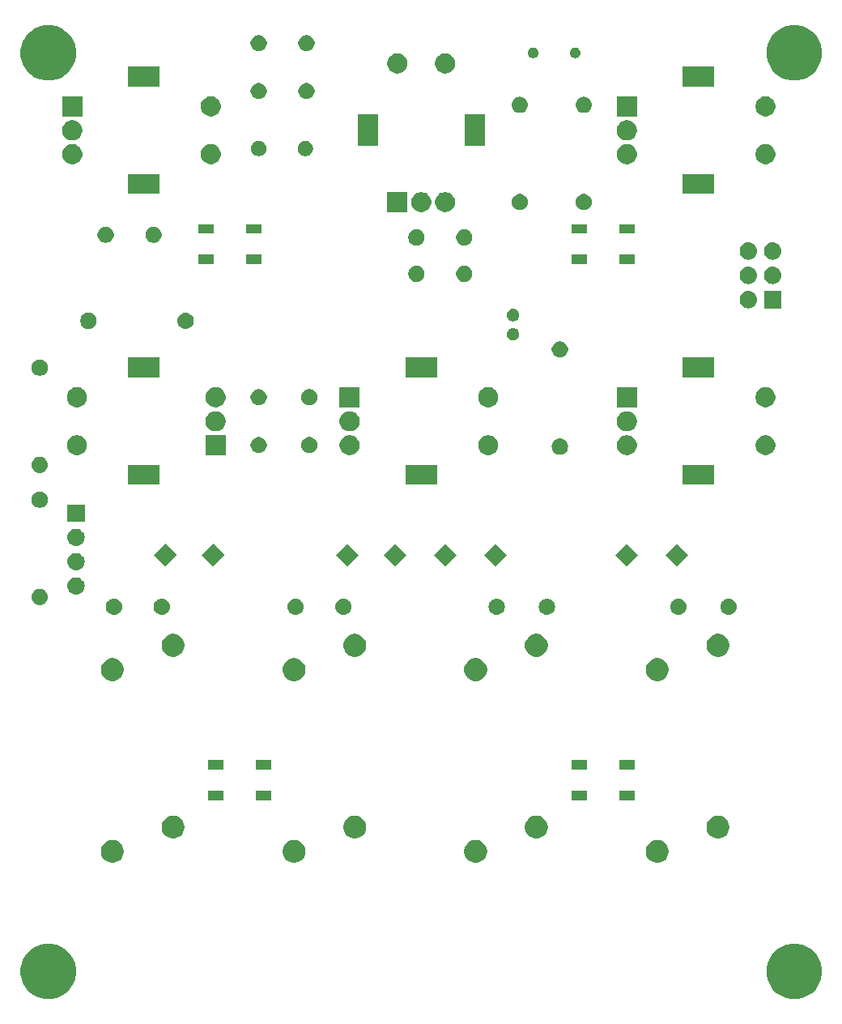
<source format=gbs>
G04 #@! TF.GenerationSoftware,KiCad,Pcbnew,(5.1.4)-1*
G04 #@! TF.CreationDate,2019-10-28T18:01:08-07:00*
G04 #@! TF.ProjectId,louwii-pad,6c6f7577-6969-42d7-9061-642e6b696361,rev?*
G04 #@! TF.SameCoordinates,Original*
G04 #@! TF.FileFunction,Soldermask,Bot*
G04 #@! TF.FilePolarity,Negative*
%FSLAX46Y46*%
G04 Gerber Fmt 4.6, Leading zero omitted, Abs format (unit mm)*
G04 Created by KiCad (PCBNEW (5.1.4)-1) date 2019-10-28 18:01:08*
%MOMM*%
%LPD*%
G04 APERTURE LIST*
%ADD10C,0.100000*%
G04 APERTURE END LIST*
D10*
G36*
X193846189Y-136010483D02*
G01*
X193846192Y-136010484D01*
X193846191Y-136010484D01*
X194374139Y-136229167D01*
X194849280Y-136546646D01*
X195253354Y-136950720D01*
X195570833Y-137425861D01*
X195570834Y-137425863D01*
X195789517Y-137953811D01*
X195901000Y-138514275D01*
X195901000Y-139085725D01*
X195789517Y-139646189D01*
X195789516Y-139646191D01*
X195570833Y-140174139D01*
X195253354Y-140649280D01*
X194849280Y-141053354D01*
X194374139Y-141370833D01*
X194374138Y-141370834D01*
X194374137Y-141370834D01*
X193846189Y-141589517D01*
X193285725Y-141701000D01*
X192714275Y-141701000D01*
X192153811Y-141589517D01*
X191625863Y-141370834D01*
X191625862Y-141370834D01*
X191625861Y-141370833D01*
X191150720Y-141053354D01*
X190746646Y-140649280D01*
X190429167Y-140174139D01*
X190210484Y-139646191D01*
X190210483Y-139646189D01*
X190099000Y-139085725D01*
X190099000Y-138514275D01*
X190210483Y-137953811D01*
X190429166Y-137425863D01*
X190429167Y-137425861D01*
X190746646Y-136950720D01*
X191150720Y-136546646D01*
X191625861Y-136229167D01*
X192153809Y-136010484D01*
X192153808Y-136010484D01*
X192153811Y-136010483D01*
X192714275Y-135899000D01*
X193285725Y-135899000D01*
X193846189Y-136010483D01*
X193846189Y-136010483D01*
G37*
G36*
X115846189Y-136010483D02*
G01*
X115846192Y-136010484D01*
X115846191Y-136010484D01*
X116374139Y-136229167D01*
X116849280Y-136546646D01*
X117253354Y-136950720D01*
X117570833Y-137425861D01*
X117570834Y-137425863D01*
X117789517Y-137953811D01*
X117901000Y-138514275D01*
X117901000Y-139085725D01*
X117789517Y-139646189D01*
X117789516Y-139646191D01*
X117570833Y-140174139D01*
X117253354Y-140649280D01*
X116849280Y-141053354D01*
X116374139Y-141370833D01*
X116374138Y-141370834D01*
X116374137Y-141370834D01*
X115846189Y-141589517D01*
X115285725Y-141701000D01*
X114714275Y-141701000D01*
X114153811Y-141589517D01*
X113625863Y-141370834D01*
X113625862Y-141370834D01*
X113625861Y-141370833D01*
X113150720Y-141053354D01*
X112746646Y-140649280D01*
X112429167Y-140174139D01*
X112210484Y-139646191D01*
X112210483Y-139646189D01*
X112099000Y-139085725D01*
X112099000Y-138514275D01*
X112210483Y-137953811D01*
X112429166Y-137425863D01*
X112429167Y-137425861D01*
X112746646Y-136950720D01*
X113150720Y-136546646D01*
X113625861Y-136229167D01*
X114153809Y-136010484D01*
X114153808Y-136010484D01*
X114153811Y-136010483D01*
X114714275Y-135899000D01*
X115285725Y-135899000D01*
X115846189Y-136010483D01*
X115846189Y-136010483D01*
G37*
G36*
X179038276Y-125111884D02*
G01*
X179255569Y-125201890D01*
X179255571Y-125201891D01*
X179451130Y-125332560D01*
X179617440Y-125498870D01*
X179748110Y-125694431D01*
X179838116Y-125911724D01*
X179884000Y-126142400D01*
X179884000Y-126377600D01*
X179838116Y-126608276D01*
X179748110Y-126825569D01*
X179748109Y-126825571D01*
X179617440Y-127021130D01*
X179451130Y-127187440D01*
X179255571Y-127318109D01*
X179255570Y-127318110D01*
X179255569Y-127318110D01*
X179038276Y-127408116D01*
X178807600Y-127454000D01*
X178572400Y-127454000D01*
X178341724Y-127408116D01*
X178124431Y-127318110D01*
X178124430Y-127318110D01*
X178124429Y-127318109D01*
X177928870Y-127187440D01*
X177762560Y-127021130D01*
X177631891Y-126825571D01*
X177631890Y-126825569D01*
X177541884Y-126608276D01*
X177496000Y-126377600D01*
X177496000Y-126142400D01*
X177541884Y-125911724D01*
X177631890Y-125694431D01*
X177762560Y-125498870D01*
X177928870Y-125332560D01*
X178124429Y-125201891D01*
X178124431Y-125201890D01*
X178341724Y-125111884D01*
X178572400Y-125066000D01*
X178807600Y-125066000D01*
X179038276Y-125111884D01*
X179038276Y-125111884D01*
G37*
G36*
X160038276Y-125111884D02*
G01*
X160255569Y-125201890D01*
X160255571Y-125201891D01*
X160451130Y-125332560D01*
X160617440Y-125498870D01*
X160748110Y-125694431D01*
X160838116Y-125911724D01*
X160884000Y-126142400D01*
X160884000Y-126377600D01*
X160838116Y-126608276D01*
X160748110Y-126825569D01*
X160748109Y-126825571D01*
X160617440Y-127021130D01*
X160451130Y-127187440D01*
X160255571Y-127318109D01*
X160255570Y-127318110D01*
X160255569Y-127318110D01*
X160038276Y-127408116D01*
X159807600Y-127454000D01*
X159572400Y-127454000D01*
X159341724Y-127408116D01*
X159124431Y-127318110D01*
X159124430Y-127318110D01*
X159124429Y-127318109D01*
X158928870Y-127187440D01*
X158762560Y-127021130D01*
X158631891Y-126825571D01*
X158631890Y-126825569D01*
X158541884Y-126608276D01*
X158496000Y-126377600D01*
X158496000Y-126142400D01*
X158541884Y-125911724D01*
X158631890Y-125694431D01*
X158762560Y-125498870D01*
X158928870Y-125332560D01*
X159124429Y-125201891D01*
X159124431Y-125201890D01*
X159341724Y-125111884D01*
X159572400Y-125066000D01*
X159807600Y-125066000D01*
X160038276Y-125111884D01*
X160038276Y-125111884D01*
G37*
G36*
X141038276Y-125111884D02*
G01*
X141255569Y-125201890D01*
X141255571Y-125201891D01*
X141451130Y-125332560D01*
X141617440Y-125498870D01*
X141748110Y-125694431D01*
X141838116Y-125911724D01*
X141884000Y-126142400D01*
X141884000Y-126377600D01*
X141838116Y-126608276D01*
X141748110Y-126825569D01*
X141748109Y-126825571D01*
X141617440Y-127021130D01*
X141451130Y-127187440D01*
X141255571Y-127318109D01*
X141255570Y-127318110D01*
X141255569Y-127318110D01*
X141038276Y-127408116D01*
X140807600Y-127454000D01*
X140572400Y-127454000D01*
X140341724Y-127408116D01*
X140124431Y-127318110D01*
X140124430Y-127318110D01*
X140124429Y-127318109D01*
X139928870Y-127187440D01*
X139762560Y-127021130D01*
X139631891Y-126825571D01*
X139631890Y-126825569D01*
X139541884Y-126608276D01*
X139496000Y-126377600D01*
X139496000Y-126142400D01*
X139541884Y-125911724D01*
X139631890Y-125694431D01*
X139762560Y-125498870D01*
X139928870Y-125332560D01*
X140124429Y-125201891D01*
X140124431Y-125201890D01*
X140341724Y-125111884D01*
X140572400Y-125066000D01*
X140807600Y-125066000D01*
X141038276Y-125111884D01*
X141038276Y-125111884D01*
G37*
G36*
X122038276Y-125111884D02*
G01*
X122255569Y-125201890D01*
X122255571Y-125201891D01*
X122451130Y-125332560D01*
X122617440Y-125498870D01*
X122748110Y-125694431D01*
X122838116Y-125911724D01*
X122884000Y-126142400D01*
X122884000Y-126377600D01*
X122838116Y-126608276D01*
X122748110Y-126825569D01*
X122748109Y-126825571D01*
X122617440Y-127021130D01*
X122451130Y-127187440D01*
X122255571Y-127318109D01*
X122255570Y-127318110D01*
X122255569Y-127318110D01*
X122038276Y-127408116D01*
X121807600Y-127454000D01*
X121572400Y-127454000D01*
X121341724Y-127408116D01*
X121124431Y-127318110D01*
X121124430Y-127318110D01*
X121124429Y-127318109D01*
X120928870Y-127187440D01*
X120762560Y-127021130D01*
X120631891Y-126825571D01*
X120631890Y-126825569D01*
X120541884Y-126608276D01*
X120496000Y-126377600D01*
X120496000Y-126142400D01*
X120541884Y-125911724D01*
X120631890Y-125694431D01*
X120762560Y-125498870D01*
X120928870Y-125332560D01*
X121124429Y-125201891D01*
X121124431Y-125201890D01*
X121341724Y-125111884D01*
X121572400Y-125066000D01*
X121807600Y-125066000D01*
X122038276Y-125111884D01*
X122038276Y-125111884D01*
G37*
G36*
X128388276Y-122571884D02*
G01*
X128605569Y-122661890D01*
X128605571Y-122661891D01*
X128801130Y-122792560D01*
X128967440Y-122958870D01*
X129098110Y-123154431D01*
X129188116Y-123371724D01*
X129234000Y-123602400D01*
X129234000Y-123837600D01*
X129188116Y-124068276D01*
X129098110Y-124285569D01*
X129098109Y-124285571D01*
X128967440Y-124481130D01*
X128801130Y-124647440D01*
X128605571Y-124778109D01*
X128605570Y-124778110D01*
X128605569Y-124778110D01*
X128388276Y-124868116D01*
X128157600Y-124914000D01*
X127922400Y-124914000D01*
X127691724Y-124868116D01*
X127474431Y-124778110D01*
X127474430Y-124778110D01*
X127474429Y-124778109D01*
X127278870Y-124647440D01*
X127112560Y-124481130D01*
X126981891Y-124285571D01*
X126981890Y-124285569D01*
X126891884Y-124068276D01*
X126846000Y-123837600D01*
X126846000Y-123602400D01*
X126891884Y-123371724D01*
X126981890Y-123154431D01*
X127112560Y-122958870D01*
X127278870Y-122792560D01*
X127474429Y-122661891D01*
X127474431Y-122661890D01*
X127691724Y-122571884D01*
X127922400Y-122526000D01*
X128157600Y-122526000D01*
X128388276Y-122571884D01*
X128388276Y-122571884D01*
G37*
G36*
X147388276Y-122571884D02*
G01*
X147605569Y-122661890D01*
X147605571Y-122661891D01*
X147801130Y-122792560D01*
X147967440Y-122958870D01*
X148098110Y-123154431D01*
X148188116Y-123371724D01*
X148234000Y-123602400D01*
X148234000Y-123837600D01*
X148188116Y-124068276D01*
X148098110Y-124285569D01*
X148098109Y-124285571D01*
X147967440Y-124481130D01*
X147801130Y-124647440D01*
X147605571Y-124778109D01*
X147605570Y-124778110D01*
X147605569Y-124778110D01*
X147388276Y-124868116D01*
X147157600Y-124914000D01*
X146922400Y-124914000D01*
X146691724Y-124868116D01*
X146474431Y-124778110D01*
X146474430Y-124778110D01*
X146474429Y-124778109D01*
X146278870Y-124647440D01*
X146112560Y-124481130D01*
X145981891Y-124285571D01*
X145981890Y-124285569D01*
X145891884Y-124068276D01*
X145846000Y-123837600D01*
X145846000Y-123602400D01*
X145891884Y-123371724D01*
X145981890Y-123154431D01*
X146112560Y-122958870D01*
X146278870Y-122792560D01*
X146474429Y-122661891D01*
X146474431Y-122661890D01*
X146691724Y-122571884D01*
X146922400Y-122526000D01*
X147157600Y-122526000D01*
X147388276Y-122571884D01*
X147388276Y-122571884D01*
G37*
G36*
X166388276Y-122571884D02*
G01*
X166605569Y-122661890D01*
X166605571Y-122661891D01*
X166801130Y-122792560D01*
X166967440Y-122958870D01*
X167098110Y-123154431D01*
X167188116Y-123371724D01*
X167234000Y-123602400D01*
X167234000Y-123837600D01*
X167188116Y-124068276D01*
X167098110Y-124285569D01*
X167098109Y-124285571D01*
X166967440Y-124481130D01*
X166801130Y-124647440D01*
X166605571Y-124778109D01*
X166605570Y-124778110D01*
X166605569Y-124778110D01*
X166388276Y-124868116D01*
X166157600Y-124914000D01*
X165922400Y-124914000D01*
X165691724Y-124868116D01*
X165474431Y-124778110D01*
X165474430Y-124778110D01*
X165474429Y-124778109D01*
X165278870Y-124647440D01*
X165112560Y-124481130D01*
X164981891Y-124285571D01*
X164981890Y-124285569D01*
X164891884Y-124068276D01*
X164846000Y-123837600D01*
X164846000Y-123602400D01*
X164891884Y-123371724D01*
X164981890Y-123154431D01*
X165112560Y-122958870D01*
X165278870Y-122792560D01*
X165474429Y-122661891D01*
X165474431Y-122661890D01*
X165691724Y-122571884D01*
X165922400Y-122526000D01*
X166157600Y-122526000D01*
X166388276Y-122571884D01*
X166388276Y-122571884D01*
G37*
G36*
X185388276Y-122571884D02*
G01*
X185605569Y-122661890D01*
X185605571Y-122661891D01*
X185801130Y-122792560D01*
X185967440Y-122958870D01*
X186098110Y-123154431D01*
X186188116Y-123371724D01*
X186234000Y-123602400D01*
X186234000Y-123837600D01*
X186188116Y-124068276D01*
X186098110Y-124285569D01*
X186098109Y-124285571D01*
X185967440Y-124481130D01*
X185801130Y-124647440D01*
X185605571Y-124778109D01*
X185605570Y-124778110D01*
X185605569Y-124778110D01*
X185388276Y-124868116D01*
X185157600Y-124914000D01*
X184922400Y-124914000D01*
X184691724Y-124868116D01*
X184474431Y-124778110D01*
X184474430Y-124778110D01*
X184474429Y-124778109D01*
X184278870Y-124647440D01*
X184112560Y-124481130D01*
X183981891Y-124285571D01*
X183981890Y-124285569D01*
X183891884Y-124068276D01*
X183846000Y-123837600D01*
X183846000Y-123602400D01*
X183891884Y-123371724D01*
X183981890Y-123154431D01*
X184112560Y-122958870D01*
X184278870Y-122792560D01*
X184474429Y-122661891D01*
X184474431Y-122661890D01*
X184691724Y-122571884D01*
X184922400Y-122526000D01*
X185157600Y-122526000D01*
X185388276Y-122571884D01*
X185388276Y-122571884D01*
G37*
G36*
X176300930Y-120900780D02*
G01*
X174697790Y-120900780D01*
X174697790Y-119899620D01*
X176300930Y-119899620D01*
X176300930Y-120900780D01*
X176300930Y-120900780D01*
G37*
G36*
X171302210Y-120900780D02*
G01*
X169699070Y-120900780D01*
X169699070Y-119899620D01*
X171302210Y-119899620D01*
X171302210Y-120900780D01*
X171302210Y-120900780D01*
G37*
G36*
X133302210Y-120900780D02*
G01*
X131699070Y-120900780D01*
X131699070Y-119899620D01*
X133302210Y-119899620D01*
X133302210Y-120900780D01*
X133302210Y-120900780D01*
G37*
G36*
X138300930Y-120900780D02*
G01*
X136697790Y-120900780D01*
X136697790Y-119899620D01*
X138300930Y-119899620D01*
X138300930Y-120900780D01*
X138300930Y-120900780D01*
G37*
G36*
X138300930Y-117700380D02*
G01*
X136697790Y-117700380D01*
X136697790Y-116699220D01*
X138300930Y-116699220D01*
X138300930Y-117700380D01*
X138300930Y-117700380D01*
G37*
G36*
X176300930Y-117700380D02*
G01*
X174697790Y-117700380D01*
X174697790Y-116699220D01*
X176300930Y-116699220D01*
X176300930Y-117700380D01*
X176300930Y-117700380D01*
G37*
G36*
X171302210Y-117700380D02*
G01*
X169699070Y-117700380D01*
X169699070Y-116699220D01*
X171302210Y-116699220D01*
X171302210Y-117700380D01*
X171302210Y-117700380D01*
G37*
G36*
X133302210Y-117700380D02*
G01*
X131699070Y-117700380D01*
X131699070Y-116699220D01*
X133302210Y-116699220D01*
X133302210Y-117700380D01*
X133302210Y-117700380D01*
G37*
G36*
X122038276Y-106111884D02*
G01*
X122255569Y-106201890D01*
X122255571Y-106201891D01*
X122451130Y-106332560D01*
X122617440Y-106498870D01*
X122748110Y-106694431D01*
X122838116Y-106911724D01*
X122884000Y-107142400D01*
X122884000Y-107377600D01*
X122838116Y-107608276D01*
X122748110Y-107825569D01*
X122748109Y-107825571D01*
X122617440Y-108021130D01*
X122451130Y-108187440D01*
X122255571Y-108318109D01*
X122255570Y-108318110D01*
X122255569Y-108318110D01*
X122038276Y-108408116D01*
X121807600Y-108454000D01*
X121572400Y-108454000D01*
X121341724Y-108408116D01*
X121124431Y-108318110D01*
X121124430Y-108318110D01*
X121124429Y-108318109D01*
X120928870Y-108187440D01*
X120762560Y-108021130D01*
X120631891Y-107825571D01*
X120631890Y-107825569D01*
X120541884Y-107608276D01*
X120496000Y-107377600D01*
X120496000Y-107142400D01*
X120541884Y-106911724D01*
X120631890Y-106694431D01*
X120762560Y-106498870D01*
X120928870Y-106332560D01*
X121124429Y-106201891D01*
X121124431Y-106201890D01*
X121341724Y-106111884D01*
X121572400Y-106066000D01*
X121807600Y-106066000D01*
X122038276Y-106111884D01*
X122038276Y-106111884D01*
G37*
G36*
X141038276Y-106111884D02*
G01*
X141255569Y-106201890D01*
X141255571Y-106201891D01*
X141451130Y-106332560D01*
X141617440Y-106498870D01*
X141748110Y-106694431D01*
X141838116Y-106911724D01*
X141884000Y-107142400D01*
X141884000Y-107377600D01*
X141838116Y-107608276D01*
X141748110Y-107825569D01*
X141748109Y-107825571D01*
X141617440Y-108021130D01*
X141451130Y-108187440D01*
X141255571Y-108318109D01*
X141255570Y-108318110D01*
X141255569Y-108318110D01*
X141038276Y-108408116D01*
X140807600Y-108454000D01*
X140572400Y-108454000D01*
X140341724Y-108408116D01*
X140124431Y-108318110D01*
X140124430Y-108318110D01*
X140124429Y-108318109D01*
X139928870Y-108187440D01*
X139762560Y-108021130D01*
X139631891Y-107825571D01*
X139631890Y-107825569D01*
X139541884Y-107608276D01*
X139496000Y-107377600D01*
X139496000Y-107142400D01*
X139541884Y-106911724D01*
X139631890Y-106694431D01*
X139762560Y-106498870D01*
X139928870Y-106332560D01*
X140124429Y-106201891D01*
X140124431Y-106201890D01*
X140341724Y-106111884D01*
X140572400Y-106066000D01*
X140807600Y-106066000D01*
X141038276Y-106111884D01*
X141038276Y-106111884D01*
G37*
G36*
X160038276Y-106111884D02*
G01*
X160255569Y-106201890D01*
X160255571Y-106201891D01*
X160451130Y-106332560D01*
X160617440Y-106498870D01*
X160748110Y-106694431D01*
X160838116Y-106911724D01*
X160884000Y-107142400D01*
X160884000Y-107377600D01*
X160838116Y-107608276D01*
X160748110Y-107825569D01*
X160748109Y-107825571D01*
X160617440Y-108021130D01*
X160451130Y-108187440D01*
X160255571Y-108318109D01*
X160255570Y-108318110D01*
X160255569Y-108318110D01*
X160038276Y-108408116D01*
X159807600Y-108454000D01*
X159572400Y-108454000D01*
X159341724Y-108408116D01*
X159124431Y-108318110D01*
X159124430Y-108318110D01*
X159124429Y-108318109D01*
X158928870Y-108187440D01*
X158762560Y-108021130D01*
X158631891Y-107825571D01*
X158631890Y-107825569D01*
X158541884Y-107608276D01*
X158496000Y-107377600D01*
X158496000Y-107142400D01*
X158541884Y-106911724D01*
X158631890Y-106694431D01*
X158762560Y-106498870D01*
X158928870Y-106332560D01*
X159124429Y-106201891D01*
X159124431Y-106201890D01*
X159341724Y-106111884D01*
X159572400Y-106066000D01*
X159807600Y-106066000D01*
X160038276Y-106111884D01*
X160038276Y-106111884D01*
G37*
G36*
X179038276Y-106111884D02*
G01*
X179255569Y-106201890D01*
X179255571Y-106201891D01*
X179451130Y-106332560D01*
X179617440Y-106498870D01*
X179748110Y-106694431D01*
X179838116Y-106911724D01*
X179884000Y-107142400D01*
X179884000Y-107377600D01*
X179838116Y-107608276D01*
X179748110Y-107825569D01*
X179748109Y-107825571D01*
X179617440Y-108021130D01*
X179451130Y-108187440D01*
X179255571Y-108318109D01*
X179255570Y-108318110D01*
X179255569Y-108318110D01*
X179038276Y-108408116D01*
X178807600Y-108454000D01*
X178572400Y-108454000D01*
X178341724Y-108408116D01*
X178124431Y-108318110D01*
X178124430Y-108318110D01*
X178124429Y-108318109D01*
X177928870Y-108187440D01*
X177762560Y-108021130D01*
X177631891Y-107825571D01*
X177631890Y-107825569D01*
X177541884Y-107608276D01*
X177496000Y-107377600D01*
X177496000Y-107142400D01*
X177541884Y-106911724D01*
X177631890Y-106694431D01*
X177762560Y-106498870D01*
X177928870Y-106332560D01*
X178124429Y-106201891D01*
X178124431Y-106201890D01*
X178341724Y-106111884D01*
X178572400Y-106066000D01*
X178807600Y-106066000D01*
X179038276Y-106111884D01*
X179038276Y-106111884D01*
G37*
G36*
X166388276Y-103571884D02*
G01*
X166605569Y-103661890D01*
X166605571Y-103661891D01*
X166801130Y-103792560D01*
X166967440Y-103958870D01*
X167098110Y-104154431D01*
X167188116Y-104371724D01*
X167234000Y-104602400D01*
X167234000Y-104837600D01*
X167188116Y-105068276D01*
X167098110Y-105285569D01*
X167098109Y-105285571D01*
X166967440Y-105481130D01*
X166801130Y-105647440D01*
X166605571Y-105778109D01*
X166605570Y-105778110D01*
X166605569Y-105778110D01*
X166388276Y-105868116D01*
X166157600Y-105914000D01*
X165922400Y-105914000D01*
X165691724Y-105868116D01*
X165474431Y-105778110D01*
X165474430Y-105778110D01*
X165474429Y-105778109D01*
X165278870Y-105647440D01*
X165112560Y-105481130D01*
X164981891Y-105285571D01*
X164981890Y-105285569D01*
X164891884Y-105068276D01*
X164846000Y-104837600D01*
X164846000Y-104602400D01*
X164891884Y-104371724D01*
X164981890Y-104154431D01*
X165112560Y-103958870D01*
X165278870Y-103792560D01*
X165474429Y-103661891D01*
X165474431Y-103661890D01*
X165691724Y-103571884D01*
X165922400Y-103526000D01*
X166157600Y-103526000D01*
X166388276Y-103571884D01*
X166388276Y-103571884D01*
G37*
G36*
X147388276Y-103571884D02*
G01*
X147605569Y-103661890D01*
X147605571Y-103661891D01*
X147801130Y-103792560D01*
X147967440Y-103958870D01*
X148098110Y-104154431D01*
X148188116Y-104371724D01*
X148234000Y-104602400D01*
X148234000Y-104837600D01*
X148188116Y-105068276D01*
X148098110Y-105285569D01*
X148098109Y-105285571D01*
X147967440Y-105481130D01*
X147801130Y-105647440D01*
X147605571Y-105778109D01*
X147605570Y-105778110D01*
X147605569Y-105778110D01*
X147388276Y-105868116D01*
X147157600Y-105914000D01*
X146922400Y-105914000D01*
X146691724Y-105868116D01*
X146474431Y-105778110D01*
X146474430Y-105778110D01*
X146474429Y-105778109D01*
X146278870Y-105647440D01*
X146112560Y-105481130D01*
X145981891Y-105285571D01*
X145981890Y-105285569D01*
X145891884Y-105068276D01*
X145846000Y-104837600D01*
X145846000Y-104602400D01*
X145891884Y-104371724D01*
X145981890Y-104154431D01*
X146112560Y-103958870D01*
X146278870Y-103792560D01*
X146474429Y-103661891D01*
X146474431Y-103661890D01*
X146691724Y-103571884D01*
X146922400Y-103526000D01*
X147157600Y-103526000D01*
X147388276Y-103571884D01*
X147388276Y-103571884D01*
G37*
G36*
X185388276Y-103571884D02*
G01*
X185605569Y-103661890D01*
X185605571Y-103661891D01*
X185801130Y-103792560D01*
X185967440Y-103958870D01*
X186098110Y-104154431D01*
X186188116Y-104371724D01*
X186234000Y-104602400D01*
X186234000Y-104837600D01*
X186188116Y-105068276D01*
X186098110Y-105285569D01*
X186098109Y-105285571D01*
X185967440Y-105481130D01*
X185801130Y-105647440D01*
X185605571Y-105778109D01*
X185605570Y-105778110D01*
X185605569Y-105778110D01*
X185388276Y-105868116D01*
X185157600Y-105914000D01*
X184922400Y-105914000D01*
X184691724Y-105868116D01*
X184474431Y-105778110D01*
X184474430Y-105778110D01*
X184474429Y-105778109D01*
X184278870Y-105647440D01*
X184112560Y-105481130D01*
X183981891Y-105285571D01*
X183981890Y-105285569D01*
X183891884Y-105068276D01*
X183846000Y-104837600D01*
X183846000Y-104602400D01*
X183891884Y-104371724D01*
X183981890Y-104154431D01*
X184112560Y-103958870D01*
X184278870Y-103792560D01*
X184474429Y-103661891D01*
X184474431Y-103661890D01*
X184691724Y-103571884D01*
X184922400Y-103526000D01*
X185157600Y-103526000D01*
X185388276Y-103571884D01*
X185388276Y-103571884D01*
G37*
G36*
X128388276Y-103571884D02*
G01*
X128605569Y-103661890D01*
X128605571Y-103661891D01*
X128801130Y-103792560D01*
X128967440Y-103958870D01*
X129098110Y-104154431D01*
X129188116Y-104371724D01*
X129234000Y-104602400D01*
X129234000Y-104837600D01*
X129188116Y-105068276D01*
X129098110Y-105285569D01*
X129098109Y-105285571D01*
X128967440Y-105481130D01*
X128801130Y-105647440D01*
X128605571Y-105778109D01*
X128605570Y-105778110D01*
X128605569Y-105778110D01*
X128388276Y-105868116D01*
X128157600Y-105914000D01*
X127922400Y-105914000D01*
X127691724Y-105868116D01*
X127474431Y-105778110D01*
X127474430Y-105778110D01*
X127474429Y-105778109D01*
X127278870Y-105647440D01*
X127112560Y-105481130D01*
X126981891Y-105285571D01*
X126981890Y-105285569D01*
X126891884Y-105068276D01*
X126846000Y-104837600D01*
X126846000Y-104602400D01*
X126891884Y-104371724D01*
X126981890Y-104154431D01*
X127112560Y-103958870D01*
X127278870Y-103792560D01*
X127474429Y-103661891D01*
X127474431Y-103661890D01*
X127691724Y-103571884D01*
X127922400Y-103526000D01*
X128157600Y-103526000D01*
X128388276Y-103571884D01*
X128388276Y-103571884D01*
G37*
G36*
X186304977Y-99849467D02*
G01*
X186465396Y-99898130D01*
X186598060Y-99969040D01*
X186613232Y-99977150D01*
X186742813Y-100083495D01*
X186849158Y-100213076D01*
X186849159Y-100213078D01*
X186928178Y-100360912D01*
X186976841Y-100521331D01*
X186993271Y-100688154D01*
X186976841Y-100854977D01*
X186928178Y-101015396D01*
X186857268Y-101148060D01*
X186849158Y-101163232D01*
X186742813Y-101292813D01*
X186613232Y-101399158D01*
X186613230Y-101399159D01*
X186465396Y-101478178D01*
X186304977Y-101526841D01*
X186179958Y-101539154D01*
X186096350Y-101539154D01*
X185971331Y-101526841D01*
X185810912Y-101478178D01*
X185663078Y-101399159D01*
X185663076Y-101399158D01*
X185533495Y-101292813D01*
X185427150Y-101163232D01*
X185419040Y-101148060D01*
X185348130Y-101015396D01*
X185299467Y-100854977D01*
X185283037Y-100688154D01*
X185299467Y-100521331D01*
X185348130Y-100360912D01*
X185427149Y-100213078D01*
X185427150Y-100213076D01*
X185533495Y-100083495D01*
X185663076Y-99977150D01*
X185678248Y-99969040D01*
X185810912Y-99898130D01*
X185971331Y-99849467D01*
X186096350Y-99837154D01*
X186179958Y-99837154D01*
X186304977Y-99849467D01*
X186304977Y-99849467D01*
G37*
G36*
X181054977Y-99849467D02*
G01*
X181215396Y-99898130D01*
X181348060Y-99969040D01*
X181363232Y-99977150D01*
X181492813Y-100083495D01*
X181599158Y-100213076D01*
X181599159Y-100213078D01*
X181678178Y-100360912D01*
X181726841Y-100521331D01*
X181743271Y-100688154D01*
X181726841Y-100854977D01*
X181678178Y-101015396D01*
X181607268Y-101148060D01*
X181599158Y-101163232D01*
X181492813Y-101292813D01*
X181363232Y-101399158D01*
X181363230Y-101399159D01*
X181215396Y-101478178D01*
X181054977Y-101526841D01*
X180929958Y-101539154D01*
X180846350Y-101539154D01*
X180721331Y-101526841D01*
X180560912Y-101478178D01*
X180413078Y-101399159D01*
X180413076Y-101399158D01*
X180283495Y-101292813D01*
X180177150Y-101163232D01*
X180169040Y-101148060D01*
X180098130Y-101015396D01*
X180049467Y-100854977D01*
X180033037Y-100688154D01*
X180049467Y-100521331D01*
X180098130Y-100360912D01*
X180177149Y-100213078D01*
X180177150Y-100213076D01*
X180283495Y-100083495D01*
X180413076Y-99977150D01*
X180428248Y-99969040D01*
X180560912Y-99898130D01*
X180721331Y-99849467D01*
X180846350Y-99837154D01*
X180929958Y-99837154D01*
X181054977Y-99849467D01*
X181054977Y-99849467D01*
G37*
G36*
X167304977Y-99849467D02*
G01*
X167465396Y-99898130D01*
X167598060Y-99969040D01*
X167613232Y-99977150D01*
X167742813Y-100083495D01*
X167849158Y-100213076D01*
X167849159Y-100213078D01*
X167928178Y-100360912D01*
X167976841Y-100521331D01*
X167993271Y-100688154D01*
X167976841Y-100854977D01*
X167928178Y-101015396D01*
X167857268Y-101148060D01*
X167849158Y-101163232D01*
X167742813Y-101292813D01*
X167613232Y-101399158D01*
X167613230Y-101399159D01*
X167465396Y-101478178D01*
X167304977Y-101526841D01*
X167179958Y-101539154D01*
X167096350Y-101539154D01*
X166971331Y-101526841D01*
X166810912Y-101478178D01*
X166663078Y-101399159D01*
X166663076Y-101399158D01*
X166533495Y-101292813D01*
X166427150Y-101163232D01*
X166419040Y-101148060D01*
X166348130Y-101015396D01*
X166299467Y-100854977D01*
X166283037Y-100688154D01*
X166299467Y-100521331D01*
X166348130Y-100360912D01*
X166427149Y-100213078D01*
X166427150Y-100213076D01*
X166533495Y-100083495D01*
X166663076Y-99977150D01*
X166678248Y-99969040D01*
X166810912Y-99898130D01*
X166971331Y-99849467D01*
X167096350Y-99837154D01*
X167179958Y-99837154D01*
X167304977Y-99849467D01*
X167304977Y-99849467D01*
G37*
G36*
X162054977Y-99849467D02*
G01*
X162215396Y-99898130D01*
X162348060Y-99969040D01*
X162363232Y-99977150D01*
X162492813Y-100083495D01*
X162599158Y-100213076D01*
X162599159Y-100213078D01*
X162678178Y-100360912D01*
X162726841Y-100521331D01*
X162743271Y-100688154D01*
X162726841Y-100854977D01*
X162678178Y-101015396D01*
X162607268Y-101148060D01*
X162599158Y-101163232D01*
X162492813Y-101292813D01*
X162363232Y-101399158D01*
X162363230Y-101399159D01*
X162215396Y-101478178D01*
X162054977Y-101526841D01*
X161929958Y-101539154D01*
X161846350Y-101539154D01*
X161721331Y-101526841D01*
X161560912Y-101478178D01*
X161413078Y-101399159D01*
X161413076Y-101399158D01*
X161283495Y-101292813D01*
X161177150Y-101163232D01*
X161169040Y-101148060D01*
X161098130Y-101015396D01*
X161049467Y-100854977D01*
X161033037Y-100688154D01*
X161049467Y-100521331D01*
X161098130Y-100360912D01*
X161177149Y-100213078D01*
X161177150Y-100213076D01*
X161283495Y-100083495D01*
X161413076Y-99977150D01*
X161428248Y-99969040D01*
X161560912Y-99898130D01*
X161721331Y-99849467D01*
X161846350Y-99837154D01*
X161929958Y-99837154D01*
X162054977Y-99849467D01*
X162054977Y-99849467D01*
G37*
G36*
X141028669Y-99849467D02*
G01*
X141189088Y-99898130D01*
X141321752Y-99969040D01*
X141336924Y-99977150D01*
X141466505Y-100083495D01*
X141572850Y-100213076D01*
X141572851Y-100213078D01*
X141651870Y-100360912D01*
X141700533Y-100521331D01*
X141716963Y-100688154D01*
X141700533Y-100854977D01*
X141651870Y-101015396D01*
X141580960Y-101148060D01*
X141572850Y-101163232D01*
X141466505Y-101292813D01*
X141336924Y-101399158D01*
X141336922Y-101399159D01*
X141189088Y-101478178D01*
X141028669Y-101526841D01*
X140903650Y-101539154D01*
X140820042Y-101539154D01*
X140695023Y-101526841D01*
X140534604Y-101478178D01*
X140386770Y-101399159D01*
X140386768Y-101399158D01*
X140257187Y-101292813D01*
X140150842Y-101163232D01*
X140142732Y-101148060D01*
X140071822Y-101015396D01*
X140023159Y-100854977D01*
X140006729Y-100688154D01*
X140023159Y-100521331D01*
X140071822Y-100360912D01*
X140150841Y-100213078D01*
X140150842Y-100213076D01*
X140257187Y-100083495D01*
X140386768Y-99977150D01*
X140401940Y-99969040D01*
X140534604Y-99898130D01*
X140695023Y-99849467D01*
X140820042Y-99837154D01*
X140903650Y-99837154D01*
X141028669Y-99849467D01*
X141028669Y-99849467D01*
G37*
G36*
X127028669Y-99849467D02*
G01*
X127189088Y-99898130D01*
X127321752Y-99969040D01*
X127336924Y-99977150D01*
X127466505Y-100083495D01*
X127572850Y-100213076D01*
X127572851Y-100213078D01*
X127651870Y-100360912D01*
X127700533Y-100521331D01*
X127716963Y-100688154D01*
X127700533Y-100854977D01*
X127651870Y-101015396D01*
X127580960Y-101148060D01*
X127572850Y-101163232D01*
X127466505Y-101292813D01*
X127336924Y-101399158D01*
X127336922Y-101399159D01*
X127189088Y-101478178D01*
X127028669Y-101526841D01*
X126903650Y-101539154D01*
X126820042Y-101539154D01*
X126695023Y-101526841D01*
X126534604Y-101478178D01*
X126386770Y-101399159D01*
X126386768Y-101399158D01*
X126257187Y-101292813D01*
X126150842Y-101163232D01*
X126142732Y-101148060D01*
X126071822Y-101015396D01*
X126023159Y-100854977D01*
X126006729Y-100688154D01*
X126023159Y-100521331D01*
X126071822Y-100360912D01*
X126150841Y-100213078D01*
X126150842Y-100213076D01*
X126257187Y-100083495D01*
X126386768Y-99977150D01*
X126401940Y-99969040D01*
X126534604Y-99898130D01*
X126695023Y-99849467D01*
X126820042Y-99837154D01*
X126903650Y-99837154D01*
X127028669Y-99849467D01*
X127028669Y-99849467D01*
G37*
G36*
X122028669Y-99849467D02*
G01*
X122189088Y-99898130D01*
X122321752Y-99969040D01*
X122336924Y-99977150D01*
X122466505Y-100083495D01*
X122572850Y-100213076D01*
X122572851Y-100213078D01*
X122651870Y-100360912D01*
X122700533Y-100521331D01*
X122716963Y-100688154D01*
X122700533Y-100854977D01*
X122651870Y-101015396D01*
X122580960Y-101148060D01*
X122572850Y-101163232D01*
X122466505Y-101292813D01*
X122336924Y-101399158D01*
X122336922Y-101399159D01*
X122189088Y-101478178D01*
X122028669Y-101526841D01*
X121903650Y-101539154D01*
X121820042Y-101539154D01*
X121695023Y-101526841D01*
X121534604Y-101478178D01*
X121386770Y-101399159D01*
X121386768Y-101399158D01*
X121257187Y-101292813D01*
X121150842Y-101163232D01*
X121142732Y-101148060D01*
X121071822Y-101015396D01*
X121023159Y-100854977D01*
X121006729Y-100688154D01*
X121023159Y-100521331D01*
X121071822Y-100360912D01*
X121150841Y-100213078D01*
X121150842Y-100213076D01*
X121257187Y-100083495D01*
X121386768Y-99977150D01*
X121401940Y-99969040D01*
X121534604Y-99898130D01*
X121695023Y-99849467D01*
X121820042Y-99837154D01*
X121903650Y-99837154D01*
X122028669Y-99849467D01*
X122028669Y-99849467D01*
G37*
G36*
X146028669Y-99849467D02*
G01*
X146189088Y-99898130D01*
X146321752Y-99969040D01*
X146336924Y-99977150D01*
X146466505Y-100083495D01*
X146572850Y-100213076D01*
X146572851Y-100213078D01*
X146651870Y-100360912D01*
X146700533Y-100521331D01*
X146716963Y-100688154D01*
X146700533Y-100854977D01*
X146651870Y-101015396D01*
X146580960Y-101148060D01*
X146572850Y-101163232D01*
X146466505Y-101292813D01*
X146336924Y-101399158D01*
X146336922Y-101399159D01*
X146189088Y-101478178D01*
X146028669Y-101526841D01*
X145903650Y-101539154D01*
X145820042Y-101539154D01*
X145695023Y-101526841D01*
X145534604Y-101478178D01*
X145386770Y-101399159D01*
X145386768Y-101399158D01*
X145257187Y-101292813D01*
X145150842Y-101163232D01*
X145142732Y-101148060D01*
X145071822Y-101015396D01*
X145023159Y-100854977D01*
X145006729Y-100688154D01*
X145023159Y-100521331D01*
X145071822Y-100360912D01*
X145150841Y-100213078D01*
X145150842Y-100213076D01*
X145257187Y-100083495D01*
X145386768Y-99977150D01*
X145401940Y-99969040D01*
X145534604Y-99898130D01*
X145695023Y-99849467D01*
X145820042Y-99837154D01*
X145903650Y-99837154D01*
X146028669Y-99849467D01*
X146028669Y-99849467D01*
G37*
G36*
X114266823Y-98821313D02*
G01*
X114427242Y-98869976D01*
X114559906Y-98940886D01*
X114575078Y-98948996D01*
X114704659Y-99055341D01*
X114811004Y-99184922D01*
X114811005Y-99184924D01*
X114890024Y-99332758D01*
X114938687Y-99493177D01*
X114955117Y-99660000D01*
X114938687Y-99826823D01*
X114890024Y-99987242D01*
X114819114Y-100119906D01*
X114811004Y-100135078D01*
X114704659Y-100264659D01*
X114575078Y-100371004D01*
X114575076Y-100371005D01*
X114427242Y-100450024D01*
X114266823Y-100498687D01*
X114141804Y-100511000D01*
X114058196Y-100511000D01*
X113933177Y-100498687D01*
X113772758Y-100450024D01*
X113624924Y-100371005D01*
X113624922Y-100371004D01*
X113495341Y-100264659D01*
X113388996Y-100135078D01*
X113380886Y-100119906D01*
X113309976Y-99987242D01*
X113261313Y-99826823D01*
X113244883Y-99660000D01*
X113261313Y-99493177D01*
X113309976Y-99332758D01*
X113388995Y-99184924D01*
X113388996Y-99184922D01*
X113495341Y-99055341D01*
X113624922Y-98948996D01*
X113640094Y-98940886D01*
X113772758Y-98869976D01*
X113933177Y-98821313D01*
X114058196Y-98809000D01*
X114141804Y-98809000D01*
X114266823Y-98821313D01*
X114266823Y-98821313D01*
G37*
G36*
X118010442Y-97625518D02*
G01*
X118076627Y-97632037D01*
X118246466Y-97683557D01*
X118402991Y-97767222D01*
X118438729Y-97796552D01*
X118540186Y-97879814D01*
X118623448Y-97981271D01*
X118652778Y-98017009D01*
X118736443Y-98173534D01*
X118787963Y-98343373D01*
X118805359Y-98520000D01*
X118787963Y-98696627D01*
X118736443Y-98866466D01*
X118652778Y-99022991D01*
X118626229Y-99055341D01*
X118540186Y-99160186D01*
X118438729Y-99243448D01*
X118402991Y-99272778D01*
X118246466Y-99356443D01*
X118076627Y-99407963D01*
X118010443Y-99414481D01*
X117944260Y-99421000D01*
X117855740Y-99421000D01*
X117789558Y-99414482D01*
X117723373Y-99407963D01*
X117553534Y-99356443D01*
X117397009Y-99272778D01*
X117361271Y-99243448D01*
X117259814Y-99160186D01*
X117173771Y-99055341D01*
X117147222Y-99022991D01*
X117063557Y-98866466D01*
X117012037Y-98696627D01*
X116994641Y-98520000D01*
X117012037Y-98343373D01*
X117063557Y-98173534D01*
X117147222Y-98017009D01*
X117176552Y-97981271D01*
X117259814Y-97879814D01*
X117361271Y-97796552D01*
X117397009Y-97767222D01*
X117553534Y-97683557D01*
X117723373Y-97632037D01*
X117789558Y-97625518D01*
X117855740Y-97619000D01*
X117944260Y-97619000D01*
X118010442Y-97625518D01*
X118010442Y-97625518D01*
G37*
G36*
X118010442Y-95085518D02*
G01*
X118076627Y-95092037D01*
X118246466Y-95143557D01*
X118402991Y-95227222D01*
X118438729Y-95256552D01*
X118540186Y-95339814D01*
X118623448Y-95441271D01*
X118652778Y-95477009D01*
X118736443Y-95633534D01*
X118787963Y-95803373D01*
X118805359Y-95980000D01*
X118787963Y-96156627D01*
X118736443Y-96326466D01*
X118652778Y-96482991D01*
X118635950Y-96503496D01*
X118540186Y-96620186D01*
X118438729Y-96703448D01*
X118402991Y-96732778D01*
X118246466Y-96816443D01*
X118076627Y-96867963D01*
X118010442Y-96874482D01*
X117944260Y-96881000D01*
X117855740Y-96881000D01*
X117789557Y-96874481D01*
X117723373Y-96867963D01*
X117553534Y-96816443D01*
X117397009Y-96732778D01*
X117361271Y-96703448D01*
X117259814Y-96620186D01*
X117164050Y-96503496D01*
X117147222Y-96482991D01*
X117063557Y-96326466D01*
X117012037Y-96156627D01*
X116994641Y-95980000D01*
X117012037Y-95803373D01*
X117063557Y-95633534D01*
X117147222Y-95477009D01*
X117176552Y-95441271D01*
X117259814Y-95339814D01*
X117361271Y-95256552D01*
X117397009Y-95227222D01*
X117553534Y-95143557D01*
X117723373Y-95092037D01*
X117789558Y-95085518D01*
X117855740Y-95079000D01*
X117944260Y-95079000D01*
X118010442Y-95085518D01*
X118010442Y-95085518D01*
G37*
G36*
X157703496Y-95300000D02*
G01*
X156500000Y-96503496D01*
X155296504Y-95300000D01*
X156500000Y-94096504D01*
X157703496Y-95300000D01*
X157703496Y-95300000D01*
G37*
G36*
X128453496Y-95300000D02*
G01*
X127250000Y-96503496D01*
X126046504Y-95300000D01*
X127250000Y-94096504D01*
X128453496Y-95300000D01*
X128453496Y-95300000D01*
G37*
G36*
X181953496Y-95300000D02*
G01*
X180750000Y-96503496D01*
X179546504Y-95300000D01*
X180750000Y-94096504D01*
X181953496Y-95300000D01*
X181953496Y-95300000D01*
G37*
G36*
X176703496Y-95300000D02*
G01*
X175500000Y-96503496D01*
X174296504Y-95300000D01*
X175500000Y-94096504D01*
X176703496Y-95300000D01*
X176703496Y-95300000D01*
G37*
G36*
X162953496Y-95300000D02*
G01*
X161750000Y-96503496D01*
X160546504Y-95300000D01*
X161750000Y-94096504D01*
X162953496Y-95300000D01*
X162953496Y-95300000D01*
G37*
G36*
X152453496Y-95300000D02*
G01*
X151250000Y-96503496D01*
X150046504Y-95300000D01*
X151250000Y-94096504D01*
X152453496Y-95300000D01*
X152453496Y-95300000D01*
G37*
G36*
X147453496Y-95300000D02*
G01*
X146250000Y-96503496D01*
X145046504Y-95300000D01*
X146250000Y-94096504D01*
X147453496Y-95300000D01*
X147453496Y-95300000D01*
G37*
G36*
X133453496Y-95300000D02*
G01*
X132250000Y-96503496D01*
X131046504Y-95300000D01*
X132250000Y-94096504D01*
X133453496Y-95300000D01*
X133453496Y-95300000D01*
G37*
G36*
X118010443Y-92545519D02*
G01*
X118076627Y-92552037D01*
X118246466Y-92603557D01*
X118402991Y-92687222D01*
X118438729Y-92716552D01*
X118540186Y-92799814D01*
X118623448Y-92901271D01*
X118652778Y-92937009D01*
X118736443Y-93093534D01*
X118787963Y-93263373D01*
X118805359Y-93440000D01*
X118787963Y-93616627D01*
X118736443Y-93786466D01*
X118652778Y-93942991D01*
X118623448Y-93978729D01*
X118540186Y-94080186D01*
X118438729Y-94163448D01*
X118402991Y-94192778D01*
X118246466Y-94276443D01*
X118076627Y-94327963D01*
X118010443Y-94334481D01*
X117944260Y-94341000D01*
X117855740Y-94341000D01*
X117789558Y-94334482D01*
X117723373Y-94327963D01*
X117553534Y-94276443D01*
X117397009Y-94192778D01*
X117361271Y-94163448D01*
X117259814Y-94080186D01*
X117176552Y-93978729D01*
X117147222Y-93942991D01*
X117063557Y-93786466D01*
X117012037Y-93616627D01*
X116994641Y-93440000D01*
X117012037Y-93263373D01*
X117063557Y-93093534D01*
X117147222Y-92937009D01*
X117176552Y-92901271D01*
X117259814Y-92799814D01*
X117361271Y-92716552D01*
X117397009Y-92687222D01*
X117553534Y-92603557D01*
X117723373Y-92552037D01*
X117789557Y-92545519D01*
X117855740Y-92539000D01*
X117944260Y-92539000D01*
X118010443Y-92545519D01*
X118010443Y-92545519D01*
G37*
G36*
X118801000Y-91801000D02*
G01*
X116999000Y-91801000D01*
X116999000Y-89999000D01*
X118801000Y-89999000D01*
X118801000Y-91801000D01*
X118801000Y-91801000D01*
G37*
G36*
X114348228Y-88681703D02*
G01*
X114503100Y-88745853D01*
X114642481Y-88838985D01*
X114761015Y-88957519D01*
X114854147Y-89096900D01*
X114918297Y-89251772D01*
X114951000Y-89416184D01*
X114951000Y-89583816D01*
X114918297Y-89748228D01*
X114854147Y-89903100D01*
X114761015Y-90042481D01*
X114642481Y-90161015D01*
X114503100Y-90254147D01*
X114348228Y-90318297D01*
X114183816Y-90351000D01*
X114016184Y-90351000D01*
X113851772Y-90318297D01*
X113696900Y-90254147D01*
X113557519Y-90161015D01*
X113438985Y-90042481D01*
X113345853Y-89903100D01*
X113281703Y-89748228D01*
X113249000Y-89583816D01*
X113249000Y-89416184D01*
X113281703Y-89251772D01*
X113345853Y-89096900D01*
X113438985Y-88957519D01*
X113557519Y-88838985D01*
X113696900Y-88745853D01*
X113851772Y-88681703D01*
X114016184Y-88649000D01*
X114183816Y-88649000D01*
X114348228Y-88681703D01*
X114348228Y-88681703D01*
G37*
G36*
X126651000Y-87951000D02*
G01*
X123349000Y-87951000D01*
X123349000Y-85849000D01*
X126651000Y-85849000D01*
X126651000Y-87951000D01*
X126651000Y-87951000D01*
G37*
G36*
X155651000Y-87951000D02*
G01*
X152349000Y-87951000D01*
X152349000Y-85849000D01*
X155651000Y-85849000D01*
X155651000Y-87951000D01*
X155651000Y-87951000D01*
G37*
G36*
X184651000Y-87951000D02*
G01*
X181349000Y-87951000D01*
X181349000Y-85849000D01*
X184651000Y-85849000D01*
X184651000Y-87951000D01*
X184651000Y-87951000D01*
G37*
G36*
X114266823Y-85021313D02*
G01*
X114427242Y-85069976D01*
X114559906Y-85140886D01*
X114575078Y-85148996D01*
X114704659Y-85255341D01*
X114811004Y-85384922D01*
X114811005Y-85384924D01*
X114890024Y-85532758D01*
X114938687Y-85693177D01*
X114955117Y-85860000D01*
X114938687Y-86026823D01*
X114890024Y-86187242D01*
X114819114Y-86319906D01*
X114811004Y-86335078D01*
X114704659Y-86464659D01*
X114575078Y-86571004D01*
X114575076Y-86571005D01*
X114427242Y-86650024D01*
X114266823Y-86698687D01*
X114141804Y-86711000D01*
X114058196Y-86711000D01*
X113933177Y-86698687D01*
X113772758Y-86650024D01*
X113624924Y-86571005D01*
X113624922Y-86571004D01*
X113495341Y-86464659D01*
X113388996Y-86335078D01*
X113380886Y-86319906D01*
X113309976Y-86187242D01*
X113261313Y-86026823D01*
X113244883Y-85860000D01*
X113261313Y-85693177D01*
X113309976Y-85532758D01*
X113388995Y-85384924D01*
X113388996Y-85384922D01*
X113495341Y-85255341D01*
X113624922Y-85148996D01*
X113640094Y-85140886D01*
X113772758Y-85069976D01*
X113933177Y-85021313D01*
X114058196Y-85009000D01*
X114141804Y-85009000D01*
X114266823Y-85021313D01*
X114266823Y-85021313D01*
G37*
G36*
X161306564Y-82789389D02*
G01*
X161497833Y-82868615D01*
X161497835Y-82868616D01*
X161669973Y-82983635D01*
X161816365Y-83130027D01*
X161895858Y-83248996D01*
X161931385Y-83302167D01*
X162010611Y-83493436D01*
X162051000Y-83696484D01*
X162051000Y-83903516D01*
X162010611Y-84106564D01*
X161935773Y-84287239D01*
X161931384Y-84297835D01*
X161816365Y-84469973D01*
X161669973Y-84616365D01*
X161497835Y-84731384D01*
X161497834Y-84731385D01*
X161497833Y-84731385D01*
X161306564Y-84810611D01*
X161103516Y-84851000D01*
X160896484Y-84851000D01*
X160693436Y-84810611D01*
X160502167Y-84731385D01*
X160502166Y-84731385D01*
X160502165Y-84731384D01*
X160330027Y-84616365D01*
X160183635Y-84469973D01*
X160068616Y-84297835D01*
X160064227Y-84287239D01*
X159989389Y-84106564D01*
X159949000Y-83903516D01*
X159949000Y-83696484D01*
X159989389Y-83493436D01*
X160068615Y-83302167D01*
X160104143Y-83248996D01*
X160183635Y-83130027D01*
X160330027Y-82983635D01*
X160502165Y-82868616D01*
X160502167Y-82868615D01*
X160693436Y-82789389D01*
X160896484Y-82749000D01*
X161103516Y-82749000D01*
X161306564Y-82789389D01*
X161306564Y-82789389D01*
G37*
G36*
X118306564Y-82789389D02*
G01*
X118497833Y-82868615D01*
X118497835Y-82868616D01*
X118669973Y-82983635D01*
X118816365Y-83130027D01*
X118895858Y-83248996D01*
X118931385Y-83302167D01*
X119010611Y-83493436D01*
X119051000Y-83696484D01*
X119051000Y-83903516D01*
X119010611Y-84106564D01*
X118935773Y-84287239D01*
X118931384Y-84297835D01*
X118816365Y-84469973D01*
X118669973Y-84616365D01*
X118497835Y-84731384D01*
X118497834Y-84731385D01*
X118497833Y-84731385D01*
X118306564Y-84810611D01*
X118103516Y-84851000D01*
X117896484Y-84851000D01*
X117693436Y-84810611D01*
X117502167Y-84731385D01*
X117502166Y-84731385D01*
X117502165Y-84731384D01*
X117330027Y-84616365D01*
X117183635Y-84469973D01*
X117068616Y-84297835D01*
X117064227Y-84287239D01*
X116989389Y-84106564D01*
X116949000Y-83903516D01*
X116949000Y-83696484D01*
X116989389Y-83493436D01*
X117068615Y-83302167D01*
X117104143Y-83248996D01*
X117183635Y-83130027D01*
X117330027Y-82983635D01*
X117502165Y-82868616D01*
X117502167Y-82868615D01*
X117693436Y-82789389D01*
X117896484Y-82749000D01*
X118103516Y-82749000D01*
X118306564Y-82789389D01*
X118306564Y-82789389D01*
G37*
G36*
X146806564Y-82789389D02*
G01*
X146997833Y-82868615D01*
X146997835Y-82868616D01*
X147169973Y-82983635D01*
X147316365Y-83130027D01*
X147395858Y-83248996D01*
X147431385Y-83302167D01*
X147510611Y-83493436D01*
X147551000Y-83696484D01*
X147551000Y-83903516D01*
X147510611Y-84106564D01*
X147435773Y-84287239D01*
X147431384Y-84297835D01*
X147316365Y-84469973D01*
X147169973Y-84616365D01*
X146997835Y-84731384D01*
X146997834Y-84731385D01*
X146997833Y-84731385D01*
X146806564Y-84810611D01*
X146603516Y-84851000D01*
X146396484Y-84851000D01*
X146193436Y-84810611D01*
X146002167Y-84731385D01*
X146002166Y-84731385D01*
X146002165Y-84731384D01*
X145830027Y-84616365D01*
X145683635Y-84469973D01*
X145568616Y-84297835D01*
X145564227Y-84287239D01*
X145489389Y-84106564D01*
X145449000Y-83903516D01*
X145449000Y-83696484D01*
X145489389Y-83493436D01*
X145568615Y-83302167D01*
X145604143Y-83248996D01*
X145683635Y-83130027D01*
X145830027Y-82983635D01*
X146002165Y-82868616D01*
X146002167Y-82868615D01*
X146193436Y-82789389D01*
X146396484Y-82749000D01*
X146603516Y-82749000D01*
X146806564Y-82789389D01*
X146806564Y-82789389D01*
G37*
G36*
X190306564Y-82789389D02*
G01*
X190497833Y-82868615D01*
X190497835Y-82868616D01*
X190669973Y-82983635D01*
X190816365Y-83130027D01*
X190895858Y-83248996D01*
X190931385Y-83302167D01*
X191010611Y-83493436D01*
X191051000Y-83696484D01*
X191051000Y-83903516D01*
X191010611Y-84106564D01*
X190935773Y-84287239D01*
X190931384Y-84297835D01*
X190816365Y-84469973D01*
X190669973Y-84616365D01*
X190497835Y-84731384D01*
X190497834Y-84731385D01*
X190497833Y-84731385D01*
X190306564Y-84810611D01*
X190103516Y-84851000D01*
X189896484Y-84851000D01*
X189693436Y-84810611D01*
X189502167Y-84731385D01*
X189502166Y-84731385D01*
X189502165Y-84731384D01*
X189330027Y-84616365D01*
X189183635Y-84469973D01*
X189068616Y-84297835D01*
X189064227Y-84287239D01*
X188989389Y-84106564D01*
X188949000Y-83903516D01*
X188949000Y-83696484D01*
X188989389Y-83493436D01*
X189068615Y-83302167D01*
X189104143Y-83248996D01*
X189183635Y-83130027D01*
X189330027Y-82983635D01*
X189502165Y-82868616D01*
X189502167Y-82868615D01*
X189693436Y-82789389D01*
X189896484Y-82749000D01*
X190103516Y-82749000D01*
X190306564Y-82789389D01*
X190306564Y-82789389D01*
G37*
G36*
X133551000Y-84851000D02*
G01*
X131449000Y-84851000D01*
X131449000Y-82749000D01*
X133551000Y-82749000D01*
X133551000Y-84851000D01*
X133551000Y-84851000D01*
G37*
G36*
X175806564Y-82789389D02*
G01*
X175997833Y-82868615D01*
X175997835Y-82868616D01*
X176169973Y-82983635D01*
X176316365Y-83130027D01*
X176395858Y-83248996D01*
X176431385Y-83302167D01*
X176510611Y-83493436D01*
X176551000Y-83696484D01*
X176551000Y-83903516D01*
X176510611Y-84106564D01*
X176435773Y-84287239D01*
X176431384Y-84297835D01*
X176316365Y-84469973D01*
X176169973Y-84616365D01*
X175997835Y-84731384D01*
X175997834Y-84731385D01*
X175997833Y-84731385D01*
X175806564Y-84810611D01*
X175603516Y-84851000D01*
X175396484Y-84851000D01*
X175193436Y-84810611D01*
X175002167Y-84731385D01*
X175002166Y-84731385D01*
X175002165Y-84731384D01*
X174830027Y-84616365D01*
X174683635Y-84469973D01*
X174568616Y-84297835D01*
X174564227Y-84287239D01*
X174489389Y-84106564D01*
X174449000Y-83903516D01*
X174449000Y-83696484D01*
X174489389Y-83493436D01*
X174568615Y-83302167D01*
X174604143Y-83248996D01*
X174683635Y-83130027D01*
X174830027Y-82983635D01*
X175002165Y-82868616D01*
X175002167Y-82868615D01*
X175193436Y-82789389D01*
X175396484Y-82749000D01*
X175603516Y-82749000D01*
X175806564Y-82789389D01*
X175806564Y-82789389D01*
G37*
G36*
X168666823Y-83121313D02*
G01*
X168827242Y-83169976D01*
X168959906Y-83240886D01*
X168975078Y-83248996D01*
X169104659Y-83355341D01*
X169211004Y-83484922D01*
X169211005Y-83484924D01*
X169290024Y-83632758D01*
X169338687Y-83793177D01*
X169355117Y-83960000D01*
X169338687Y-84126823D01*
X169290024Y-84287242D01*
X169260498Y-84342481D01*
X169211004Y-84435078D01*
X169104659Y-84564659D01*
X168975078Y-84671004D01*
X168975076Y-84671005D01*
X168827242Y-84750024D01*
X168666823Y-84798687D01*
X168541804Y-84811000D01*
X168458196Y-84811000D01*
X168333177Y-84798687D01*
X168172758Y-84750024D01*
X168024924Y-84671005D01*
X168024922Y-84671004D01*
X167895341Y-84564659D01*
X167788996Y-84435078D01*
X167739502Y-84342481D01*
X167709976Y-84287242D01*
X167661313Y-84126823D01*
X167644883Y-83960000D01*
X167661313Y-83793177D01*
X167709976Y-83632758D01*
X167788995Y-83484924D01*
X167788996Y-83484922D01*
X167895341Y-83355341D01*
X168024922Y-83248996D01*
X168040094Y-83240886D01*
X168172758Y-83169976D01*
X168333177Y-83121313D01*
X168458196Y-83109000D01*
X168541804Y-83109000D01*
X168666823Y-83121313D01*
X168666823Y-83121313D01*
G37*
G36*
X137248228Y-82981703D02*
G01*
X137403100Y-83045853D01*
X137542481Y-83138985D01*
X137661015Y-83257519D01*
X137754147Y-83396900D01*
X137818297Y-83551772D01*
X137851000Y-83716184D01*
X137851000Y-83883816D01*
X137818297Y-84048228D01*
X137754147Y-84203100D01*
X137661015Y-84342481D01*
X137542481Y-84461015D01*
X137403100Y-84554147D01*
X137248228Y-84618297D01*
X137083816Y-84651000D01*
X136916184Y-84651000D01*
X136751772Y-84618297D01*
X136596900Y-84554147D01*
X136457519Y-84461015D01*
X136338985Y-84342481D01*
X136245853Y-84203100D01*
X136181703Y-84048228D01*
X136149000Y-83883816D01*
X136149000Y-83716184D01*
X136181703Y-83551772D01*
X136245853Y-83396900D01*
X136338985Y-83257519D01*
X136457519Y-83138985D01*
X136596900Y-83045853D01*
X136751772Y-82981703D01*
X136916184Y-82949000D01*
X137083816Y-82949000D01*
X137248228Y-82981703D01*
X137248228Y-82981703D01*
G37*
G36*
X142548228Y-82981703D02*
G01*
X142703100Y-83045853D01*
X142842481Y-83138985D01*
X142961015Y-83257519D01*
X143054147Y-83396900D01*
X143118297Y-83551772D01*
X143151000Y-83716184D01*
X143151000Y-83883816D01*
X143118297Y-84048228D01*
X143054147Y-84203100D01*
X142961015Y-84342481D01*
X142842481Y-84461015D01*
X142703100Y-84554147D01*
X142548228Y-84618297D01*
X142383816Y-84651000D01*
X142216184Y-84651000D01*
X142051772Y-84618297D01*
X141896900Y-84554147D01*
X141757519Y-84461015D01*
X141638985Y-84342481D01*
X141545853Y-84203100D01*
X141481703Y-84048228D01*
X141449000Y-83883816D01*
X141449000Y-83716184D01*
X141481703Y-83551772D01*
X141545853Y-83396900D01*
X141638985Y-83257519D01*
X141757519Y-83138985D01*
X141896900Y-83045853D01*
X142051772Y-82981703D01*
X142216184Y-82949000D01*
X142383816Y-82949000D01*
X142548228Y-82981703D01*
X142548228Y-82981703D01*
G37*
G36*
X175806564Y-80289389D02*
G01*
X175997833Y-80368615D01*
X175997835Y-80368616D01*
X176169973Y-80483635D01*
X176316365Y-80630027D01*
X176431385Y-80802167D01*
X176510611Y-80993436D01*
X176551000Y-81196484D01*
X176551000Y-81403516D01*
X176510611Y-81606564D01*
X176431385Y-81797833D01*
X176431384Y-81797835D01*
X176316365Y-81969973D01*
X176169973Y-82116365D01*
X175997835Y-82231384D01*
X175997834Y-82231385D01*
X175997833Y-82231385D01*
X175806564Y-82310611D01*
X175603516Y-82351000D01*
X175396484Y-82351000D01*
X175193436Y-82310611D01*
X175002167Y-82231385D01*
X175002166Y-82231385D01*
X175002165Y-82231384D01*
X174830027Y-82116365D01*
X174683635Y-81969973D01*
X174568616Y-81797835D01*
X174568615Y-81797833D01*
X174489389Y-81606564D01*
X174449000Y-81403516D01*
X174449000Y-81196484D01*
X174489389Y-80993436D01*
X174568615Y-80802167D01*
X174683635Y-80630027D01*
X174830027Y-80483635D01*
X175002165Y-80368616D01*
X175002167Y-80368615D01*
X175193436Y-80289389D01*
X175396484Y-80249000D01*
X175603516Y-80249000D01*
X175806564Y-80289389D01*
X175806564Y-80289389D01*
G37*
G36*
X132806564Y-80289389D02*
G01*
X132997833Y-80368615D01*
X132997835Y-80368616D01*
X133169973Y-80483635D01*
X133316365Y-80630027D01*
X133431385Y-80802167D01*
X133510611Y-80993436D01*
X133551000Y-81196484D01*
X133551000Y-81403516D01*
X133510611Y-81606564D01*
X133431385Y-81797833D01*
X133431384Y-81797835D01*
X133316365Y-81969973D01*
X133169973Y-82116365D01*
X132997835Y-82231384D01*
X132997834Y-82231385D01*
X132997833Y-82231385D01*
X132806564Y-82310611D01*
X132603516Y-82351000D01*
X132396484Y-82351000D01*
X132193436Y-82310611D01*
X132002167Y-82231385D01*
X132002166Y-82231385D01*
X132002165Y-82231384D01*
X131830027Y-82116365D01*
X131683635Y-81969973D01*
X131568616Y-81797835D01*
X131568615Y-81797833D01*
X131489389Y-81606564D01*
X131449000Y-81403516D01*
X131449000Y-81196484D01*
X131489389Y-80993436D01*
X131568615Y-80802167D01*
X131683635Y-80630027D01*
X131830027Y-80483635D01*
X132002165Y-80368616D01*
X132002167Y-80368615D01*
X132193436Y-80289389D01*
X132396484Y-80249000D01*
X132603516Y-80249000D01*
X132806564Y-80289389D01*
X132806564Y-80289389D01*
G37*
G36*
X146806564Y-80289389D02*
G01*
X146997833Y-80368615D01*
X146997835Y-80368616D01*
X147169973Y-80483635D01*
X147316365Y-80630027D01*
X147431385Y-80802167D01*
X147510611Y-80993436D01*
X147551000Y-81196484D01*
X147551000Y-81403516D01*
X147510611Y-81606564D01*
X147431385Y-81797833D01*
X147431384Y-81797835D01*
X147316365Y-81969973D01*
X147169973Y-82116365D01*
X146997835Y-82231384D01*
X146997834Y-82231385D01*
X146997833Y-82231385D01*
X146806564Y-82310611D01*
X146603516Y-82351000D01*
X146396484Y-82351000D01*
X146193436Y-82310611D01*
X146002167Y-82231385D01*
X146002166Y-82231385D01*
X146002165Y-82231384D01*
X145830027Y-82116365D01*
X145683635Y-81969973D01*
X145568616Y-81797835D01*
X145568615Y-81797833D01*
X145489389Y-81606564D01*
X145449000Y-81403516D01*
X145449000Y-81196484D01*
X145489389Y-80993436D01*
X145568615Y-80802167D01*
X145683635Y-80630027D01*
X145830027Y-80483635D01*
X146002165Y-80368616D01*
X146002167Y-80368615D01*
X146193436Y-80289389D01*
X146396484Y-80249000D01*
X146603516Y-80249000D01*
X146806564Y-80289389D01*
X146806564Y-80289389D01*
G37*
G36*
X190306564Y-77789389D02*
G01*
X190497833Y-77868615D01*
X190497835Y-77868616D01*
X190618138Y-77949000D01*
X190669973Y-77983635D01*
X190816365Y-78130027D01*
X190931385Y-78302167D01*
X191010611Y-78493436D01*
X191051000Y-78696484D01*
X191051000Y-78903516D01*
X191010611Y-79106564D01*
X190931385Y-79297833D01*
X190931384Y-79297835D01*
X190816365Y-79469973D01*
X190669973Y-79616365D01*
X190497835Y-79731384D01*
X190497834Y-79731385D01*
X190497833Y-79731385D01*
X190306564Y-79810611D01*
X190103516Y-79851000D01*
X189896484Y-79851000D01*
X189693436Y-79810611D01*
X189502167Y-79731385D01*
X189502166Y-79731385D01*
X189502165Y-79731384D01*
X189330027Y-79616365D01*
X189183635Y-79469973D01*
X189068616Y-79297835D01*
X189068615Y-79297833D01*
X188989389Y-79106564D01*
X188949000Y-78903516D01*
X188949000Y-78696484D01*
X188989389Y-78493436D01*
X189068615Y-78302167D01*
X189183635Y-78130027D01*
X189330027Y-77983635D01*
X189381862Y-77949000D01*
X189502165Y-77868616D01*
X189502167Y-77868615D01*
X189693436Y-77789389D01*
X189896484Y-77749000D01*
X190103516Y-77749000D01*
X190306564Y-77789389D01*
X190306564Y-77789389D01*
G37*
G36*
X132806564Y-77789389D02*
G01*
X132997833Y-77868615D01*
X132997835Y-77868616D01*
X133118138Y-77949000D01*
X133169973Y-77983635D01*
X133316365Y-78130027D01*
X133431385Y-78302167D01*
X133510611Y-78493436D01*
X133551000Y-78696484D01*
X133551000Y-78903516D01*
X133510611Y-79106564D01*
X133431385Y-79297833D01*
X133431384Y-79297835D01*
X133316365Y-79469973D01*
X133169973Y-79616365D01*
X132997835Y-79731384D01*
X132997834Y-79731385D01*
X132997833Y-79731385D01*
X132806564Y-79810611D01*
X132603516Y-79851000D01*
X132396484Y-79851000D01*
X132193436Y-79810611D01*
X132002167Y-79731385D01*
X132002166Y-79731385D01*
X132002165Y-79731384D01*
X131830027Y-79616365D01*
X131683635Y-79469973D01*
X131568616Y-79297835D01*
X131568615Y-79297833D01*
X131489389Y-79106564D01*
X131449000Y-78903516D01*
X131449000Y-78696484D01*
X131489389Y-78493436D01*
X131568615Y-78302167D01*
X131683635Y-78130027D01*
X131830027Y-77983635D01*
X131881862Y-77949000D01*
X132002165Y-77868616D01*
X132002167Y-77868615D01*
X132193436Y-77789389D01*
X132396484Y-77749000D01*
X132603516Y-77749000D01*
X132806564Y-77789389D01*
X132806564Y-77789389D01*
G37*
G36*
X118306564Y-77789389D02*
G01*
X118497833Y-77868615D01*
X118497835Y-77868616D01*
X118618138Y-77949000D01*
X118669973Y-77983635D01*
X118816365Y-78130027D01*
X118931385Y-78302167D01*
X119010611Y-78493436D01*
X119051000Y-78696484D01*
X119051000Y-78903516D01*
X119010611Y-79106564D01*
X118931385Y-79297833D01*
X118931384Y-79297835D01*
X118816365Y-79469973D01*
X118669973Y-79616365D01*
X118497835Y-79731384D01*
X118497834Y-79731385D01*
X118497833Y-79731385D01*
X118306564Y-79810611D01*
X118103516Y-79851000D01*
X117896484Y-79851000D01*
X117693436Y-79810611D01*
X117502167Y-79731385D01*
X117502166Y-79731385D01*
X117502165Y-79731384D01*
X117330027Y-79616365D01*
X117183635Y-79469973D01*
X117068616Y-79297835D01*
X117068615Y-79297833D01*
X116989389Y-79106564D01*
X116949000Y-78903516D01*
X116949000Y-78696484D01*
X116989389Y-78493436D01*
X117068615Y-78302167D01*
X117183635Y-78130027D01*
X117330027Y-77983635D01*
X117381862Y-77949000D01*
X117502165Y-77868616D01*
X117502167Y-77868615D01*
X117693436Y-77789389D01*
X117896484Y-77749000D01*
X118103516Y-77749000D01*
X118306564Y-77789389D01*
X118306564Y-77789389D01*
G37*
G36*
X176551000Y-79851000D02*
G01*
X174449000Y-79851000D01*
X174449000Y-77749000D01*
X176551000Y-77749000D01*
X176551000Y-79851000D01*
X176551000Y-79851000D01*
G37*
G36*
X147551000Y-79851000D02*
G01*
X145449000Y-79851000D01*
X145449000Y-77749000D01*
X147551000Y-77749000D01*
X147551000Y-79851000D01*
X147551000Y-79851000D01*
G37*
G36*
X161306564Y-77789389D02*
G01*
X161497833Y-77868615D01*
X161497835Y-77868616D01*
X161618138Y-77949000D01*
X161669973Y-77983635D01*
X161816365Y-78130027D01*
X161931385Y-78302167D01*
X162010611Y-78493436D01*
X162051000Y-78696484D01*
X162051000Y-78903516D01*
X162010611Y-79106564D01*
X161931385Y-79297833D01*
X161931384Y-79297835D01*
X161816365Y-79469973D01*
X161669973Y-79616365D01*
X161497835Y-79731384D01*
X161497834Y-79731385D01*
X161497833Y-79731385D01*
X161306564Y-79810611D01*
X161103516Y-79851000D01*
X160896484Y-79851000D01*
X160693436Y-79810611D01*
X160502167Y-79731385D01*
X160502166Y-79731385D01*
X160502165Y-79731384D01*
X160330027Y-79616365D01*
X160183635Y-79469973D01*
X160068616Y-79297835D01*
X160068615Y-79297833D01*
X159989389Y-79106564D01*
X159949000Y-78903516D01*
X159949000Y-78696484D01*
X159989389Y-78493436D01*
X160068615Y-78302167D01*
X160183635Y-78130027D01*
X160330027Y-77983635D01*
X160381862Y-77949000D01*
X160502165Y-77868616D01*
X160502167Y-77868615D01*
X160693436Y-77789389D01*
X160896484Y-77749000D01*
X161103516Y-77749000D01*
X161306564Y-77789389D01*
X161306564Y-77789389D01*
G37*
G36*
X137248228Y-77981703D02*
G01*
X137403100Y-78045853D01*
X137542481Y-78138985D01*
X137661015Y-78257519D01*
X137754147Y-78396900D01*
X137818297Y-78551772D01*
X137851000Y-78716184D01*
X137851000Y-78883816D01*
X137818297Y-79048228D01*
X137754147Y-79203100D01*
X137661015Y-79342481D01*
X137542481Y-79461015D01*
X137403100Y-79554147D01*
X137248228Y-79618297D01*
X137083816Y-79651000D01*
X136916184Y-79651000D01*
X136751772Y-79618297D01*
X136596900Y-79554147D01*
X136457519Y-79461015D01*
X136338985Y-79342481D01*
X136245853Y-79203100D01*
X136181703Y-79048228D01*
X136149000Y-78883816D01*
X136149000Y-78716184D01*
X136181703Y-78551772D01*
X136245853Y-78396900D01*
X136338985Y-78257519D01*
X136457519Y-78138985D01*
X136596900Y-78045853D01*
X136751772Y-77981703D01*
X136916184Y-77949000D01*
X137083816Y-77949000D01*
X137248228Y-77981703D01*
X137248228Y-77981703D01*
G37*
G36*
X142548228Y-77981703D02*
G01*
X142703100Y-78045853D01*
X142842481Y-78138985D01*
X142961015Y-78257519D01*
X143054147Y-78396900D01*
X143118297Y-78551772D01*
X143151000Y-78716184D01*
X143151000Y-78883816D01*
X143118297Y-79048228D01*
X143054147Y-79203100D01*
X142961015Y-79342481D01*
X142842481Y-79461015D01*
X142703100Y-79554147D01*
X142548228Y-79618297D01*
X142383816Y-79651000D01*
X142216184Y-79651000D01*
X142051772Y-79618297D01*
X141896900Y-79554147D01*
X141757519Y-79461015D01*
X141638985Y-79342481D01*
X141545853Y-79203100D01*
X141481703Y-79048228D01*
X141449000Y-78883816D01*
X141449000Y-78716184D01*
X141481703Y-78551772D01*
X141545853Y-78396900D01*
X141638985Y-78257519D01*
X141757519Y-78138985D01*
X141896900Y-78045853D01*
X142051772Y-77981703D01*
X142216184Y-77949000D01*
X142383816Y-77949000D01*
X142548228Y-77981703D01*
X142548228Y-77981703D01*
G37*
G36*
X155651000Y-76751000D02*
G01*
X152349000Y-76751000D01*
X152349000Y-74649000D01*
X155651000Y-74649000D01*
X155651000Y-76751000D01*
X155651000Y-76751000D01*
G37*
G36*
X184651000Y-76751000D02*
G01*
X181349000Y-76751000D01*
X181349000Y-74649000D01*
X184651000Y-74649000D01*
X184651000Y-76751000D01*
X184651000Y-76751000D01*
G37*
G36*
X126651000Y-76751000D02*
G01*
X123349000Y-76751000D01*
X123349000Y-74649000D01*
X126651000Y-74649000D01*
X126651000Y-76751000D01*
X126651000Y-76751000D01*
G37*
G36*
X114348228Y-74881703D02*
G01*
X114503100Y-74945853D01*
X114642481Y-75038985D01*
X114761015Y-75157519D01*
X114854147Y-75296900D01*
X114918297Y-75451772D01*
X114951000Y-75616184D01*
X114951000Y-75783816D01*
X114918297Y-75948228D01*
X114854147Y-76103100D01*
X114761015Y-76242481D01*
X114642481Y-76361015D01*
X114503100Y-76454147D01*
X114348228Y-76518297D01*
X114183816Y-76551000D01*
X114016184Y-76551000D01*
X113851772Y-76518297D01*
X113696900Y-76454147D01*
X113557519Y-76361015D01*
X113438985Y-76242481D01*
X113345853Y-76103100D01*
X113281703Y-75948228D01*
X113249000Y-75783816D01*
X113249000Y-75616184D01*
X113281703Y-75451772D01*
X113345853Y-75296900D01*
X113438985Y-75157519D01*
X113557519Y-75038985D01*
X113696900Y-74945853D01*
X113851772Y-74881703D01*
X114016184Y-74849000D01*
X114183816Y-74849000D01*
X114348228Y-74881703D01*
X114348228Y-74881703D01*
G37*
G36*
X168748228Y-72981703D02*
G01*
X168903100Y-73045853D01*
X169042481Y-73138985D01*
X169161015Y-73257519D01*
X169254147Y-73396900D01*
X169318297Y-73551772D01*
X169351000Y-73716184D01*
X169351000Y-73883816D01*
X169318297Y-74048228D01*
X169254147Y-74203100D01*
X169161015Y-74342481D01*
X169042481Y-74461015D01*
X168903100Y-74554147D01*
X168748228Y-74618297D01*
X168583816Y-74651000D01*
X168416184Y-74651000D01*
X168251772Y-74618297D01*
X168096900Y-74554147D01*
X167957519Y-74461015D01*
X167838985Y-74342481D01*
X167745853Y-74203100D01*
X167681703Y-74048228D01*
X167649000Y-73883816D01*
X167649000Y-73716184D01*
X167681703Y-73551772D01*
X167745853Y-73396900D01*
X167838985Y-73257519D01*
X167957519Y-73138985D01*
X168096900Y-73045853D01*
X168251772Y-72981703D01*
X168416184Y-72949000D01*
X168583816Y-72949000D01*
X168748228Y-72981703D01*
X168748228Y-72981703D01*
G37*
G36*
X163789890Y-71574017D02*
G01*
X163896791Y-71618297D01*
X163908364Y-71623091D01*
X164014988Y-71694335D01*
X164105665Y-71785012D01*
X164176909Y-71891636D01*
X164225983Y-72010110D01*
X164251000Y-72135882D01*
X164251000Y-72264118D01*
X164225983Y-72389890D01*
X164176909Y-72508364D01*
X164105665Y-72614988D01*
X164014988Y-72705665D01*
X163908364Y-72776909D01*
X163908363Y-72776910D01*
X163908362Y-72776910D01*
X163789890Y-72825983D01*
X163664119Y-72851000D01*
X163535881Y-72851000D01*
X163410110Y-72825983D01*
X163291638Y-72776910D01*
X163291637Y-72776910D01*
X163291636Y-72776909D01*
X163185012Y-72705665D01*
X163094335Y-72614988D01*
X163023091Y-72508364D01*
X162974017Y-72389890D01*
X162949000Y-72264118D01*
X162949000Y-72135882D01*
X162974017Y-72010110D01*
X163023091Y-71891636D01*
X163094335Y-71785012D01*
X163185012Y-71694335D01*
X163291636Y-71623091D01*
X163303210Y-71618297D01*
X163410110Y-71574017D01*
X163535881Y-71549000D01*
X163664119Y-71549000D01*
X163789890Y-71574017D01*
X163789890Y-71574017D01*
G37*
G36*
X119448228Y-69981703D02*
G01*
X119603100Y-70045853D01*
X119742481Y-70138985D01*
X119861015Y-70257519D01*
X119954147Y-70396900D01*
X120018297Y-70551772D01*
X120051000Y-70716184D01*
X120051000Y-70883816D01*
X120018297Y-71048228D01*
X119954147Y-71203100D01*
X119861015Y-71342481D01*
X119742481Y-71461015D01*
X119603100Y-71554147D01*
X119448228Y-71618297D01*
X119283816Y-71651000D01*
X119116184Y-71651000D01*
X118951772Y-71618297D01*
X118796900Y-71554147D01*
X118657519Y-71461015D01*
X118538985Y-71342481D01*
X118445853Y-71203100D01*
X118381703Y-71048228D01*
X118349000Y-70883816D01*
X118349000Y-70716184D01*
X118381703Y-70551772D01*
X118445853Y-70396900D01*
X118538985Y-70257519D01*
X118657519Y-70138985D01*
X118796900Y-70045853D01*
X118951772Y-69981703D01*
X119116184Y-69949000D01*
X119283816Y-69949000D01*
X119448228Y-69981703D01*
X119448228Y-69981703D01*
G37*
G36*
X129526823Y-69961313D02*
G01*
X129687242Y-70009976D01*
X129754361Y-70045852D01*
X129835078Y-70088996D01*
X129964659Y-70195341D01*
X130071004Y-70324922D01*
X130071005Y-70324924D01*
X130150024Y-70472758D01*
X130198687Y-70633177D01*
X130215117Y-70800000D01*
X130198687Y-70966823D01*
X130150024Y-71127242D01*
X130109477Y-71203100D01*
X130071004Y-71275078D01*
X129964659Y-71404659D01*
X129835078Y-71511004D01*
X129835076Y-71511005D01*
X129687242Y-71590024D01*
X129526823Y-71638687D01*
X129401804Y-71651000D01*
X129318196Y-71651000D01*
X129193177Y-71638687D01*
X129032758Y-71590024D01*
X128884924Y-71511005D01*
X128884922Y-71511004D01*
X128755341Y-71404659D01*
X128648996Y-71275078D01*
X128610523Y-71203100D01*
X128569976Y-71127242D01*
X128521313Y-70966823D01*
X128504883Y-70800000D01*
X128521313Y-70633177D01*
X128569976Y-70472758D01*
X128648995Y-70324924D01*
X128648996Y-70324922D01*
X128755341Y-70195341D01*
X128884922Y-70088996D01*
X128965639Y-70045852D01*
X129032758Y-70009976D01*
X129193177Y-69961313D01*
X129318196Y-69949000D01*
X129401804Y-69949000D01*
X129526823Y-69961313D01*
X129526823Y-69961313D01*
G37*
G36*
X163789890Y-69574017D02*
G01*
X163908364Y-69623091D01*
X164014988Y-69694335D01*
X164105665Y-69785012D01*
X164176910Y-69891638D01*
X164225983Y-70010110D01*
X164251000Y-70135881D01*
X164251000Y-70264119D01*
X164225983Y-70389890D01*
X164191657Y-70472761D01*
X164176909Y-70508364D01*
X164105665Y-70614988D01*
X164014988Y-70705665D01*
X163908364Y-70776909D01*
X163908363Y-70776910D01*
X163908362Y-70776910D01*
X163789890Y-70825983D01*
X163664119Y-70851000D01*
X163535881Y-70851000D01*
X163410110Y-70825983D01*
X163291638Y-70776910D01*
X163291637Y-70776910D01*
X163291636Y-70776909D01*
X163185012Y-70705665D01*
X163094335Y-70614988D01*
X163023091Y-70508364D01*
X163008344Y-70472761D01*
X162974017Y-70389890D01*
X162949000Y-70264119D01*
X162949000Y-70135881D01*
X162974017Y-70010110D01*
X163023090Y-69891638D01*
X163094335Y-69785012D01*
X163185012Y-69694335D01*
X163291636Y-69623091D01*
X163410110Y-69574017D01*
X163535881Y-69549000D01*
X163664119Y-69549000D01*
X163789890Y-69574017D01*
X163789890Y-69574017D01*
G37*
G36*
X188320443Y-67705519D02*
G01*
X188386627Y-67712037D01*
X188556466Y-67763557D01*
X188712991Y-67847222D01*
X188748729Y-67876552D01*
X188850186Y-67959814D01*
X188933448Y-68061271D01*
X188962778Y-68097009D01*
X189046443Y-68253534D01*
X189097963Y-68423373D01*
X189115359Y-68600000D01*
X189097963Y-68776627D01*
X189046443Y-68946466D01*
X188962778Y-69102991D01*
X188933448Y-69138729D01*
X188850186Y-69240186D01*
X188748729Y-69323448D01*
X188712991Y-69352778D01*
X188556466Y-69436443D01*
X188386627Y-69487963D01*
X188320443Y-69494481D01*
X188254260Y-69501000D01*
X188165740Y-69501000D01*
X188099557Y-69494481D01*
X188033373Y-69487963D01*
X187863534Y-69436443D01*
X187707009Y-69352778D01*
X187671271Y-69323448D01*
X187569814Y-69240186D01*
X187486552Y-69138729D01*
X187457222Y-69102991D01*
X187373557Y-68946466D01*
X187322037Y-68776627D01*
X187304641Y-68600000D01*
X187322037Y-68423373D01*
X187373557Y-68253534D01*
X187457222Y-68097009D01*
X187486552Y-68061271D01*
X187569814Y-67959814D01*
X187671271Y-67876552D01*
X187707009Y-67847222D01*
X187863534Y-67763557D01*
X188033373Y-67712037D01*
X188099557Y-67705519D01*
X188165740Y-67699000D01*
X188254260Y-67699000D01*
X188320443Y-67705519D01*
X188320443Y-67705519D01*
G37*
G36*
X191651000Y-69501000D02*
G01*
X189849000Y-69501000D01*
X189849000Y-67699000D01*
X191651000Y-67699000D01*
X191651000Y-69501000D01*
X191651000Y-69501000D01*
G37*
G36*
X188320442Y-65165518D02*
G01*
X188386627Y-65172037D01*
X188556466Y-65223557D01*
X188712991Y-65307222D01*
X188748729Y-65336552D01*
X188850186Y-65419814D01*
X188913450Y-65496903D01*
X188962778Y-65557009D01*
X189046443Y-65713534D01*
X189097963Y-65883373D01*
X189115359Y-66060000D01*
X189097963Y-66236627D01*
X189046443Y-66406466D01*
X188962778Y-66562991D01*
X188933448Y-66598729D01*
X188850186Y-66700186D01*
X188748729Y-66783448D01*
X188712991Y-66812778D01*
X188556466Y-66896443D01*
X188386627Y-66947963D01*
X188320442Y-66954482D01*
X188254260Y-66961000D01*
X188165740Y-66961000D01*
X188099558Y-66954482D01*
X188033373Y-66947963D01*
X187863534Y-66896443D01*
X187707009Y-66812778D01*
X187671271Y-66783448D01*
X187569814Y-66700186D01*
X187486552Y-66598729D01*
X187457222Y-66562991D01*
X187373557Y-66406466D01*
X187322037Y-66236627D01*
X187304641Y-66060000D01*
X187322037Y-65883373D01*
X187373557Y-65713534D01*
X187457222Y-65557009D01*
X187506550Y-65496903D01*
X187569814Y-65419814D01*
X187671271Y-65336552D01*
X187707009Y-65307222D01*
X187863534Y-65223557D01*
X188033373Y-65172037D01*
X188099558Y-65165518D01*
X188165740Y-65159000D01*
X188254260Y-65159000D01*
X188320442Y-65165518D01*
X188320442Y-65165518D01*
G37*
G36*
X190860442Y-65165518D02*
G01*
X190926627Y-65172037D01*
X191096466Y-65223557D01*
X191252991Y-65307222D01*
X191288729Y-65336552D01*
X191390186Y-65419814D01*
X191453450Y-65496903D01*
X191502778Y-65557009D01*
X191586443Y-65713534D01*
X191637963Y-65883373D01*
X191655359Y-66060000D01*
X191637963Y-66236627D01*
X191586443Y-66406466D01*
X191502778Y-66562991D01*
X191473448Y-66598729D01*
X191390186Y-66700186D01*
X191288729Y-66783448D01*
X191252991Y-66812778D01*
X191096466Y-66896443D01*
X190926627Y-66947963D01*
X190860442Y-66954482D01*
X190794260Y-66961000D01*
X190705740Y-66961000D01*
X190639558Y-66954482D01*
X190573373Y-66947963D01*
X190403534Y-66896443D01*
X190247009Y-66812778D01*
X190211271Y-66783448D01*
X190109814Y-66700186D01*
X190026552Y-66598729D01*
X189997222Y-66562991D01*
X189913557Y-66406466D01*
X189862037Y-66236627D01*
X189844641Y-66060000D01*
X189862037Y-65883373D01*
X189913557Y-65713534D01*
X189997222Y-65557009D01*
X190046550Y-65496903D01*
X190109814Y-65419814D01*
X190211271Y-65336552D01*
X190247009Y-65307222D01*
X190403534Y-65223557D01*
X190573373Y-65172037D01*
X190639558Y-65165518D01*
X190705740Y-65159000D01*
X190794260Y-65159000D01*
X190860442Y-65165518D01*
X190860442Y-65165518D01*
G37*
G36*
X153748228Y-65081703D02*
G01*
X153903100Y-65145853D01*
X154042481Y-65238985D01*
X154161015Y-65357519D01*
X154254147Y-65496900D01*
X154318297Y-65651772D01*
X154351000Y-65816184D01*
X154351000Y-65983816D01*
X154318297Y-66148228D01*
X154254147Y-66303100D01*
X154161015Y-66442481D01*
X154042481Y-66561015D01*
X153903100Y-66654147D01*
X153748228Y-66718297D01*
X153583816Y-66751000D01*
X153416184Y-66751000D01*
X153251772Y-66718297D01*
X153096900Y-66654147D01*
X152957519Y-66561015D01*
X152838985Y-66442481D01*
X152745853Y-66303100D01*
X152681703Y-66148228D01*
X152649000Y-65983816D01*
X152649000Y-65816184D01*
X152681703Y-65651772D01*
X152745853Y-65496900D01*
X152838985Y-65357519D01*
X152957519Y-65238985D01*
X153096900Y-65145853D01*
X153251772Y-65081703D01*
X153416184Y-65049000D01*
X153583816Y-65049000D01*
X153748228Y-65081703D01*
X153748228Y-65081703D01*
G37*
G36*
X158748228Y-65081703D02*
G01*
X158903100Y-65145853D01*
X159042481Y-65238985D01*
X159161015Y-65357519D01*
X159254147Y-65496900D01*
X159318297Y-65651772D01*
X159351000Y-65816184D01*
X159351000Y-65983816D01*
X159318297Y-66148228D01*
X159254147Y-66303100D01*
X159161015Y-66442481D01*
X159042481Y-66561015D01*
X158903100Y-66654147D01*
X158748228Y-66718297D01*
X158583816Y-66751000D01*
X158416184Y-66751000D01*
X158251772Y-66718297D01*
X158096900Y-66654147D01*
X157957519Y-66561015D01*
X157838985Y-66442481D01*
X157745853Y-66303100D01*
X157681703Y-66148228D01*
X157649000Y-65983816D01*
X157649000Y-65816184D01*
X157681703Y-65651772D01*
X157745853Y-65496900D01*
X157838985Y-65357519D01*
X157957519Y-65238985D01*
X158096900Y-65145853D01*
X158251772Y-65081703D01*
X158416184Y-65049000D01*
X158583816Y-65049000D01*
X158748228Y-65081703D01*
X158748228Y-65081703D01*
G37*
G36*
X132302210Y-64900780D02*
G01*
X130699070Y-64900780D01*
X130699070Y-63899620D01*
X132302210Y-63899620D01*
X132302210Y-64900780D01*
X132302210Y-64900780D01*
G37*
G36*
X137300930Y-64900780D02*
G01*
X135697790Y-64900780D01*
X135697790Y-63899620D01*
X137300930Y-63899620D01*
X137300930Y-64900780D01*
X137300930Y-64900780D01*
G37*
G36*
X176300930Y-64900780D02*
G01*
X174697790Y-64900780D01*
X174697790Y-63899620D01*
X176300930Y-63899620D01*
X176300930Y-64900780D01*
X176300930Y-64900780D01*
G37*
G36*
X171302210Y-64900780D02*
G01*
X169699070Y-64900780D01*
X169699070Y-63899620D01*
X171302210Y-63899620D01*
X171302210Y-64900780D01*
X171302210Y-64900780D01*
G37*
G36*
X190860442Y-62625518D02*
G01*
X190926627Y-62632037D01*
X191096466Y-62683557D01*
X191252991Y-62767222D01*
X191288729Y-62796552D01*
X191390186Y-62879814D01*
X191473448Y-62981271D01*
X191502778Y-63017009D01*
X191586443Y-63173534D01*
X191637963Y-63343373D01*
X191655359Y-63520000D01*
X191637963Y-63696627D01*
X191586443Y-63866466D01*
X191502778Y-64022991D01*
X191473448Y-64058729D01*
X191390186Y-64160186D01*
X191288729Y-64243448D01*
X191252991Y-64272778D01*
X191096466Y-64356443D01*
X190926627Y-64407963D01*
X190860443Y-64414481D01*
X190794260Y-64421000D01*
X190705740Y-64421000D01*
X190639557Y-64414481D01*
X190573373Y-64407963D01*
X190403534Y-64356443D01*
X190247009Y-64272778D01*
X190211271Y-64243448D01*
X190109814Y-64160186D01*
X190026552Y-64058729D01*
X189997222Y-64022991D01*
X189913557Y-63866466D01*
X189862037Y-63696627D01*
X189844641Y-63520000D01*
X189862037Y-63343373D01*
X189913557Y-63173534D01*
X189997222Y-63017009D01*
X190026552Y-62981271D01*
X190109814Y-62879814D01*
X190211271Y-62796552D01*
X190247009Y-62767222D01*
X190403534Y-62683557D01*
X190573373Y-62632037D01*
X190639558Y-62625518D01*
X190705740Y-62619000D01*
X190794260Y-62619000D01*
X190860442Y-62625518D01*
X190860442Y-62625518D01*
G37*
G36*
X188320442Y-62625518D02*
G01*
X188386627Y-62632037D01*
X188556466Y-62683557D01*
X188712991Y-62767222D01*
X188748729Y-62796552D01*
X188850186Y-62879814D01*
X188933448Y-62981271D01*
X188962778Y-63017009D01*
X189046443Y-63173534D01*
X189097963Y-63343373D01*
X189115359Y-63520000D01*
X189097963Y-63696627D01*
X189046443Y-63866466D01*
X188962778Y-64022991D01*
X188933448Y-64058729D01*
X188850186Y-64160186D01*
X188748729Y-64243448D01*
X188712991Y-64272778D01*
X188556466Y-64356443D01*
X188386627Y-64407963D01*
X188320443Y-64414481D01*
X188254260Y-64421000D01*
X188165740Y-64421000D01*
X188099557Y-64414481D01*
X188033373Y-64407963D01*
X187863534Y-64356443D01*
X187707009Y-64272778D01*
X187671271Y-64243448D01*
X187569814Y-64160186D01*
X187486552Y-64058729D01*
X187457222Y-64022991D01*
X187373557Y-63866466D01*
X187322037Y-63696627D01*
X187304641Y-63520000D01*
X187322037Y-63343373D01*
X187373557Y-63173534D01*
X187457222Y-63017009D01*
X187486552Y-62981271D01*
X187569814Y-62879814D01*
X187671271Y-62796552D01*
X187707009Y-62767222D01*
X187863534Y-62683557D01*
X188033373Y-62632037D01*
X188099558Y-62625518D01*
X188165740Y-62619000D01*
X188254260Y-62619000D01*
X188320442Y-62625518D01*
X188320442Y-62625518D01*
G37*
G36*
X153748228Y-61281703D02*
G01*
X153903100Y-61345853D01*
X154042481Y-61438985D01*
X154161015Y-61557519D01*
X154254147Y-61696900D01*
X154318297Y-61851772D01*
X154351000Y-62016184D01*
X154351000Y-62183816D01*
X154318297Y-62348228D01*
X154254147Y-62503100D01*
X154161015Y-62642481D01*
X154042481Y-62761015D01*
X153903100Y-62854147D01*
X153748228Y-62918297D01*
X153583816Y-62951000D01*
X153416184Y-62951000D01*
X153251772Y-62918297D01*
X153096900Y-62854147D01*
X152957519Y-62761015D01*
X152838985Y-62642481D01*
X152745853Y-62503100D01*
X152681703Y-62348228D01*
X152649000Y-62183816D01*
X152649000Y-62016184D01*
X152681703Y-61851772D01*
X152745853Y-61696900D01*
X152838985Y-61557519D01*
X152957519Y-61438985D01*
X153096900Y-61345853D01*
X153251772Y-61281703D01*
X153416184Y-61249000D01*
X153583816Y-61249000D01*
X153748228Y-61281703D01*
X153748228Y-61281703D01*
G37*
G36*
X158748228Y-61281703D02*
G01*
X158903100Y-61345853D01*
X159042481Y-61438985D01*
X159161015Y-61557519D01*
X159254147Y-61696900D01*
X159318297Y-61851772D01*
X159351000Y-62016184D01*
X159351000Y-62183816D01*
X159318297Y-62348228D01*
X159254147Y-62503100D01*
X159161015Y-62642481D01*
X159042481Y-62761015D01*
X158903100Y-62854147D01*
X158748228Y-62918297D01*
X158583816Y-62951000D01*
X158416184Y-62951000D01*
X158251772Y-62918297D01*
X158096900Y-62854147D01*
X157957519Y-62761015D01*
X157838985Y-62642481D01*
X157745853Y-62503100D01*
X157681703Y-62348228D01*
X157649000Y-62183816D01*
X157649000Y-62016184D01*
X157681703Y-61851772D01*
X157745853Y-61696900D01*
X157838985Y-61557519D01*
X157957519Y-61438985D01*
X158096900Y-61345853D01*
X158251772Y-61281703D01*
X158416184Y-61249000D01*
X158583816Y-61249000D01*
X158748228Y-61281703D01*
X158748228Y-61281703D01*
G37*
G36*
X126248228Y-60981703D02*
G01*
X126403100Y-61045853D01*
X126542481Y-61138985D01*
X126661015Y-61257519D01*
X126754147Y-61396900D01*
X126818297Y-61551772D01*
X126851000Y-61716184D01*
X126851000Y-61883816D01*
X126818297Y-62048228D01*
X126754147Y-62203100D01*
X126661015Y-62342481D01*
X126542481Y-62461015D01*
X126403100Y-62554147D01*
X126248228Y-62618297D01*
X126083816Y-62651000D01*
X125916184Y-62651000D01*
X125751772Y-62618297D01*
X125596900Y-62554147D01*
X125457519Y-62461015D01*
X125338985Y-62342481D01*
X125245853Y-62203100D01*
X125181703Y-62048228D01*
X125149000Y-61883816D01*
X125149000Y-61716184D01*
X125181703Y-61551772D01*
X125245853Y-61396900D01*
X125338985Y-61257519D01*
X125457519Y-61138985D01*
X125596900Y-61045853D01*
X125751772Y-60981703D01*
X125916184Y-60949000D01*
X126083816Y-60949000D01*
X126248228Y-60981703D01*
X126248228Y-60981703D01*
G37*
G36*
X121248228Y-60981703D02*
G01*
X121403100Y-61045853D01*
X121542481Y-61138985D01*
X121661015Y-61257519D01*
X121754147Y-61396900D01*
X121818297Y-61551772D01*
X121851000Y-61716184D01*
X121851000Y-61883816D01*
X121818297Y-62048228D01*
X121754147Y-62203100D01*
X121661015Y-62342481D01*
X121542481Y-62461015D01*
X121403100Y-62554147D01*
X121248228Y-62618297D01*
X121083816Y-62651000D01*
X120916184Y-62651000D01*
X120751772Y-62618297D01*
X120596900Y-62554147D01*
X120457519Y-62461015D01*
X120338985Y-62342481D01*
X120245853Y-62203100D01*
X120181703Y-62048228D01*
X120149000Y-61883816D01*
X120149000Y-61716184D01*
X120181703Y-61551772D01*
X120245853Y-61396900D01*
X120338985Y-61257519D01*
X120457519Y-61138985D01*
X120596900Y-61045853D01*
X120751772Y-60981703D01*
X120916184Y-60949000D01*
X121083816Y-60949000D01*
X121248228Y-60981703D01*
X121248228Y-60981703D01*
G37*
G36*
X171302210Y-61700380D02*
G01*
X169699070Y-61700380D01*
X169699070Y-60699220D01*
X171302210Y-60699220D01*
X171302210Y-61700380D01*
X171302210Y-61700380D01*
G37*
G36*
X176300930Y-61700380D02*
G01*
X174697790Y-61700380D01*
X174697790Y-60699220D01*
X176300930Y-60699220D01*
X176300930Y-61700380D01*
X176300930Y-61700380D01*
G37*
G36*
X137300930Y-61700380D02*
G01*
X135697790Y-61700380D01*
X135697790Y-60699220D01*
X137300930Y-60699220D01*
X137300930Y-61700380D01*
X137300930Y-61700380D01*
G37*
G36*
X132302210Y-61700380D02*
G01*
X130699070Y-61700380D01*
X130699070Y-60699220D01*
X132302210Y-60699220D01*
X132302210Y-61700380D01*
X132302210Y-61700380D01*
G37*
G36*
X156806564Y-57389389D02*
G01*
X156997833Y-57468615D01*
X156997835Y-57468616D01*
X157118138Y-57549000D01*
X157169973Y-57583635D01*
X157316365Y-57730027D01*
X157431385Y-57902167D01*
X157510611Y-58093436D01*
X157551000Y-58296484D01*
X157551000Y-58503516D01*
X157510611Y-58706564D01*
X157431385Y-58897833D01*
X157431384Y-58897835D01*
X157316365Y-59069973D01*
X157169973Y-59216365D01*
X156997835Y-59331384D01*
X156997834Y-59331385D01*
X156997833Y-59331385D01*
X156806564Y-59410611D01*
X156603516Y-59451000D01*
X156396484Y-59451000D01*
X156193436Y-59410611D01*
X156002167Y-59331385D01*
X156002166Y-59331385D01*
X156002165Y-59331384D01*
X155830027Y-59216365D01*
X155683635Y-59069973D01*
X155568616Y-58897835D01*
X155568615Y-58897833D01*
X155489389Y-58706564D01*
X155449000Y-58503516D01*
X155449000Y-58296484D01*
X155489389Y-58093436D01*
X155568615Y-57902167D01*
X155683635Y-57730027D01*
X155830027Y-57583635D01*
X155881862Y-57549000D01*
X156002165Y-57468616D01*
X156002167Y-57468615D01*
X156193436Y-57389389D01*
X156396484Y-57349000D01*
X156603516Y-57349000D01*
X156806564Y-57389389D01*
X156806564Y-57389389D01*
G37*
G36*
X152551000Y-59451000D02*
G01*
X150449000Y-59451000D01*
X150449000Y-57349000D01*
X152551000Y-57349000D01*
X152551000Y-59451000D01*
X152551000Y-59451000D01*
G37*
G36*
X154306564Y-57389389D02*
G01*
X154497833Y-57468615D01*
X154497835Y-57468616D01*
X154618138Y-57549000D01*
X154669973Y-57583635D01*
X154816365Y-57730027D01*
X154931385Y-57902167D01*
X155010611Y-58093436D01*
X155051000Y-58296484D01*
X155051000Y-58503516D01*
X155010611Y-58706564D01*
X154931385Y-58897833D01*
X154931384Y-58897835D01*
X154816365Y-59069973D01*
X154669973Y-59216365D01*
X154497835Y-59331384D01*
X154497834Y-59331385D01*
X154497833Y-59331385D01*
X154306564Y-59410611D01*
X154103516Y-59451000D01*
X153896484Y-59451000D01*
X153693436Y-59410611D01*
X153502167Y-59331385D01*
X153502166Y-59331385D01*
X153502165Y-59331384D01*
X153330027Y-59216365D01*
X153183635Y-59069973D01*
X153068616Y-58897835D01*
X153068615Y-58897833D01*
X152989389Y-58706564D01*
X152949000Y-58503516D01*
X152949000Y-58296484D01*
X152989389Y-58093436D01*
X153068615Y-57902167D01*
X153183635Y-57730027D01*
X153330027Y-57583635D01*
X153381862Y-57549000D01*
X153502165Y-57468616D01*
X153502167Y-57468615D01*
X153693436Y-57389389D01*
X153896484Y-57349000D01*
X154103516Y-57349000D01*
X154306564Y-57389389D01*
X154306564Y-57389389D01*
G37*
G36*
X171248228Y-57581703D02*
G01*
X171403100Y-57645853D01*
X171542481Y-57738985D01*
X171661015Y-57857519D01*
X171754147Y-57996900D01*
X171818297Y-58151772D01*
X171851000Y-58316184D01*
X171851000Y-58483816D01*
X171818297Y-58648228D01*
X171754147Y-58803100D01*
X171661015Y-58942481D01*
X171542481Y-59061015D01*
X171403100Y-59154147D01*
X171248228Y-59218297D01*
X171083816Y-59251000D01*
X170916184Y-59251000D01*
X170751772Y-59218297D01*
X170596900Y-59154147D01*
X170457519Y-59061015D01*
X170338985Y-58942481D01*
X170245853Y-58803100D01*
X170181703Y-58648228D01*
X170149000Y-58483816D01*
X170149000Y-58316184D01*
X170181703Y-58151772D01*
X170245853Y-57996900D01*
X170338985Y-57857519D01*
X170457519Y-57738985D01*
X170596900Y-57645853D01*
X170751772Y-57581703D01*
X170916184Y-57549000D01*
X171083816Y-57549000D01*
X171248228Y-57581703D01*
X171248228Y-57581703D01*
G37*
G36*
X164548228Y-57581703D02*
G01*
X164703100Y-57645853D01*
X164842481Y-57738985D01*
X164961015Y-57857519D01*
X165054147Y-57996900D01*
X165118297Y-58151772D01*
X165151000Y-58316184D01*
X165151000Y-58483816D01*
X165118297Y-58648228D01*
X165054147Y-58803100D01*
X164961015Y-58942481D01*
X164842481Y-59061015D01*
X164703100Y-59154147D01*
X164548228Y-59218297D01*
X164383816Y-59251000D01*
X164216184Y-59251000D01*
X164051772Y-59218297D01*
X163896900Y-59154147D01*
X163757519Y-59061015D01*
X163638985Y-58942481D01*
X163545853Y-58803100D01*
X163481703Y-58648228D01*
X163449000Y-58483816D01*
X163449000Y-58316184D01*
X163481703Y-58151772D01*
X163545853Y-57996900D01*
X163638985Y-57857519D01*
X163757519Y-57738985D01*
X163896900Y-57645853D01*
X164051772Y-57581703D01*
X164216184Y-57549000D01*
X164383816Y-57549000D01*
X164548228Y-57581703D01*
X164548228Y-57581703D01*
G37*
G36*
X184651000Y-57551000D02*
G01*
X181349000Y-57551000D01*
X181349000Y-55449000D01*
X184651000Y-55449000D01*
X184651000Y-57551000D01*
X184651000Y-57551000D01*
G37*
G36*
X126651000Y-57551000D02*
G01*
X123349000Y-57551000D01*
X123349000Y-55449000D01*
X126651000Y-55449000D01*
X126651000Y-57551000D01*
X126651000Y-57551000D01*
G37*
G36*
X190306564Y-52389389D02*
G01*
X190497833Y-52468615D01*
X190497835Y-52468616D01*
X190621131Y-52551000D01*
X190669973Y-52583635D01*
X190816365Y-52730027D01*
X190931385Y-52902167D01*
X191010611Y-53093436D01*
X191051000Y-53296484D01*
X191051000Y-53503516D01*
X191010611Y-53706564D01*
X190931385Y-53897833D01*
X190931384Y-53897835D01*
X190816365Y-54069973D01*
X190669973Y-54216365D01*
X190497835Y-54331384D01*
X190497834Y-54331385D01*
X190497833Y-54331385D01*
X190306564Y-54410611D01*
X190103516Y-54451000D01*
X189896484Y-54451000D01*
X189693436Y-54410611D01*
X189502167Y-54331385D01*
X189502166Y-54331385D01*
X189502165Y-54331384D01*
X189330027Y-54216365D01*
X189183635Y-54069973D01*
X189068616Y-53897835D01*
X189068615Y-53897833D01*
X188989389Y-53706564D01*
X188949000Y-53503516D01*
X188949000Y-53296484D01*
X188989389Y-53093436D01*
X189068615Y-52902167D01*
X189183635Y-52730027D01*
X189330027Y-52583635D01*
X189378869Y-52551000D01*
X189502165Y-52468616D01*
X189502167Y-52468615D01*
X189693436Y-52389389D01*
X189896484Y-52349000D01*
X190103516Y-52349000D01*
X190306564Y-52389389D01*
X190306564Y-52389389D01*
G37*
G36*
X117806564Y-52389389D02*
G01*
X117997833Y-52468615D01*
X117997835Y-52468616D01*
X118121131Y-52551000D01*
X118169973Y-52583635D01*
X118316365Y-52730027D01*
X118431385Y-52902167D01*
X118510611Y-53093436D01*
X118551000Y-53296484D01*
X118551000Y-53503516D01*
X118510611Y-53706564D01*
X118431385Y-53897833D01*
X118431384Y-53897835D01*
X118316365Y-54069973D01*
X118169973Y-54216365D01*
X117997835Y-54331384D01*
X117997834Y-54331385D01*
X117997833Y-54331385D01*
X117806564Y-54410611D01*
X117603516Y-54451000D01*
X117396484Y-54451000D01*
X117193436Y-54410611D01*
X117002167Y-54331385D01*
X117002166Y-54331385D01*
X117002165Y-54331384D01*
X116830027Y-54216365D01*
X116683635Y-54069973D01*
X116568616Y-53897835D01*
X116568615Y-53897833D01*
X116489389Y-53706564D01*
X116449000Y-53503516D01*
X116449000Y-53296484D01*
X116489389Y-53093436D01*
X116568615Y-52902167D01*
X116683635Y-52730027D01*
X116830027Y-52583635D01*
X116878869Y-52551000D01*
X117002165Y-52468616D01*
X117002167Y-52468615D01*
X117193436Y-52389389D01*
X117396484Y-52349000D01*
X117603516Y-52349000D01*
X117806564Y-52389389D01*
X117806564Y-52389389D01*
G37*
G36*
X175806564Y-52389389D02*
G01*
X175997833Y-52468615D01*
X175997835Y-52468616D01*
X176121131Y-52551000D01*
X176169973Y-52583635D01*
X176316365Y-52730027D01*
X176431385Y-52902167D01*
X176510611Y-53093436D01*
X176551000Y-53296484D01*
X176551000Y-53503516D01*
X176510611Y-53706564D01*
X176431385Y-53897833D01*
X176431384Y-53897835D01*
X176316365Y-54069973D01*
X176169973Y-54216365D01*
X175997835Y-54331384D01*
X175997834Y-54331385D01*
X175997833Y-54331385D01*
X175806564Y-54410611D01*
X175603516Y-54451000D01*
X175396484Y-54451000D01*
X175193436Y-54410611D01*
X175002167Y-54331385D01*
X175002166Y-54331385D01*
X175002165Y-54331384D01*
X174830027Y-54216365D01*
X174683635Y-54069973D01*
X174568616Y-53897835D01*
X174568615Y-53897833D01*
X174489389Y-53706564D01*
X174449000Y-53503516D01*
X174449000Y-53296484D01*
X174489389Y-53093436D01*
X174568615Y-52902167D01*
X174683635Y-52730027D01*
X174830027Y-52583635D01*
X174878869Y-52551000D01*
X175002165Y-52468616D01*
X175002167Y-52468615D01*
X175193436Y-52389389D01*
X175396484Y-52349000D01*
X175603516Y-52349000D01*
X175806564Y-52389389D01*
X175806564Y-52389389D01*
G37*
G36*
X132306564Y-52389389D02*
G01*
X132497833Y-52468615D01*
X132497835Y-52468616D01*
X132621131Y-52551000D01*
X132669973Y-52583635D01*
X132816365Y-52730027D01*
X132931385Y-52902167D01*
X133010611Y-53093436D01*
X133051000Y-53296484D01*
X133051000Y-53503516D01*
X133010611Y-53706564D01*
X132931385Y-53897833D01*
X132931384Y-53897835D01*
X132816365Y-54069973D01*
X132669973Y-54216365D01*
X132497835Y-54331384D01*
X132497834Y-54331385D01*
X132497833Y-54331385D01*
X132306564Y-54410611D01*
X132103516Y-54451000D01*
X131896484Y-54451000D01*
X131693436Y-54410611D01*
X131502167Y-54331385D01*
X131502166Y-54331385D01*
X131502165Y-54331384D01*
X131330027Y-54216365D01*
X131183635Y-54069973D01*
X131068616Y-53897835D01*
X131068615Y-53897833D01*
X130989389Y-53706564D01*
X130949000Y-53503516D01*
X130949000Y-53296484D01*
X130989389Y-53093436D01*
X131068615Y-52902167D01*
X131183635Y-52730027D01*
X131330027Y-52583635D01*
X131378869Y-52551000D01*
X131502165Y-52468616D01*
X131502167Y-52468615D01*
X131693436Y-52389389D01*
X131896484Y-52349000D01*
X132103516Y-52349000D01*
X132306564Y-52389389D01*
X132306564Y-52389389D01*
G37*
G36*
X137233642Y-52029781D02*
G01*
X137379414Y-52090162D01*
X137379416Y-52090163D01*
X137510608Y-52177822D01*
X137622178Y-52289392D01*
X137662006Y-52349000D01*
X137709838Y-52420586D01*
X137770219Y-52566358D01*
X137801000Y-52721107D01*
X137801000Y-52878893D01*
X137770219Y-53033642D01*
X137745451Y-53093436D01*
X137709837Y-53179416D01*
X137622178Y-53310608D01*
X137510608Y-53422178D01*
X137379416Y-53509837D01*
X137379415Y-53509838D01*
X137379414Y-53509838D01*
X137233642Y-53570219D01*
X137078893Y-53601000D01*
X136921107Y-53601000D01*
X136766358Y-53570219D01*
X136620586Y-53509838D01*
X136620585Y-53509838D01*
X136620584Y-53509837D01*
X136489392Y-53422178D01*
X136377822Y-53310608D01*
X136290163Y-53179416D01*
X136254549Y-53093436D01*
X136229781Y-53033642D01*
X136199000Y-52878893D01*
X136199000Y-52721107D01*
X136229781Y-52566358D01*
X136290162Y-52420586D01*
X136337994Y-52349000D01*
X136377822Y-52289392D01*
X136489392Y-52177822D01*
X136620584Y-52090163D01*
X136620586Y-52090162D01*
X136766358Y-52029781D01*
X136921107Y-51999000D01*
X137078893Y-51999000D01*
X137233642Y-52029781D01*
X137233642Y-52029781D01*
G37*
G36*
X142113642Y-52029781D02*
G01*
X142259414Y-52090162D01*
X142259416Y-52090163D01*
X142390608Y-52177822D01*
X142502178Y-52289392D01*
X142542006Y-52349000D01*
X142589838Y-52420586D01*
X142650219Y-52566358D01*
X142681000Y-52721107D01*
X142681000Y-52878893D01*
X142650219Y-53033642D01*
X142625451Y-53093436D01*
X142589837Y-53179416D01*
X142502178Y-53310608D01*
X142390608Y-53422178D01*
X142259416Y-53509837D01*
X142259415Y-53509838D01*
X142259414Y-53509838D01*
X142113642Y-53570219D01*
X141958893Y-53601000D01*
X141801107Y-53601000D01*
X141646358Y-53570219D01*
X141500586Y-53509838D01*
X141500585Y-53509838D01*
X141500584Y-53509837D01*
X141369392Y-53422178D01*
X141257822Y-53310608D01*
X141170163Y-53179416D01*
X141134549Y-53093436D01*
X141109781Y-53033642D01*
X141079000Y-52878893D01*
X141079000Y-52721107D01*
X141109781Y-52566358D01*
X141170162Y-52420586D01*
X141217994Y-52349000D01*
X141257822Y-52289392D01*
X141369392Y-52177822D01*
X141500584Y-52090163D01*
X141500586Y-52090162D01*
X141646358Y-52029781D01*
X141801107Y-51999000D01*
X141958893Y-51999000D01*
X142113642Y-52029781D01*
X142113642Y-52029781D01*
G37*
G36*
X149451000Y-52551000D02*
G01*
X147349000Y-52551000D01*
X147349000Y-49249000D01*
X149451000Y-49249000D01*
X149451000Y-52551000D01*
X149451000Y-52551000D01*
G37*
G36*
X160651000Y-52551000D02*
G01*
X158549000Y-52551000D01*
X158549000Y-49249000D01*
X160651000Y-49249000D01*
X160651000Y-52551000D01*
X160651000Y-52551000D01*
G37*
G36*
X117806564Y-49889389D02*
G01*
X117997833Y-49968615D01*
X117997835Y-49968616D01*
X118169973Y-50083635D01*
X118316365Y-50230027D01*
X118431385Y-50402167D01*
X118510611Y-50593436D01*
X118551000Y-50796484D01*
X118551000Y-51003516D01*
X118510611Y-51206564D01*
X118431385Y-51397833D01*
X118431384Y-51397835D01*
X118316365Y-51569973D01*
X118169973Y-51716365D01*
X117997835Y-51831384D01*
X117997834Y-51831385D01*
X117997833Y-51831385D01*
X117806564Y-51910611D01*
X117603516Y-51951000D01*
X117396484Y-51951000D01*
X117193436Y-51910611D01*
X117002167Y-51831385D01*
X117002166Y-51831385D01*
X117002165Y-51831384D01*
X116830027Y-51716365D01*
X116683635Y-51569973D01*
X116568616Y-51397835D01*
X116568615Y-51397833D01*
X116489389Y-51206564D01*
X116449000Y-51003516D01*
X116449000Y-50796484D01*
X116489389Y-50593436D01*
X116568615Y-50402167D01*
X116683635Y-50230027D01*
X116830027Y-50083635D01*
X117002165Y-49968616D01*
X117002167Y-49968615D01*
X117193436Y-49889389D01*
X117396484Y-49849000D01*
X117603516Y-49849000D01*
X117806564Y-49889389D01*
X117806564Y-49889389D01*
G37*
G36*
X175806564Y-49889389D02*
G01*
X175997833Y-49968615D01*
X175997835Y-49968616D01*
X176169973Y-50083635D01*
X176316365Y-50230027D01*
X176431385Y-50402167D01*
X176510611Y-50593436D01*
X176551000Y-50796484D01*
X176551000Y-51003516D01*
X176510611Y-51206564D01*
X176431385Y-51397833D01*
X176431384Y-51397835D01*
X176316365Y-51569973D01*
X176169973Y-51716365D01*
X175997835Y-51831384D01*
X175997834Y-51831385D01*
X175997833Y-51831385D01*
X175806564Y-51910611D01*
X175603516Y-51951000D01*
X175396484Y-51951000D01*
X175193436Y-51910611D01*
X175002167Y-51831385D01*
X175002166Y-51831385D01*
X175002165Y-51831384D01*
X174830027Y-51716365D01*
X174683635Y-51569973D01*
X174568616Y-51397835D01*
X174568615Y-51397833D01*
X174489389Y-51206564D01*
X174449000Y-51003516D01*
X174449000Y-50796484D01*
X174489389Y-50593436D01*
X174568615Y-50402167D01*
X174683635Y-50230027D01*
X174830027Y-50083635D01*
X175002165Y-49968616D01*
X175002167Y-49968615D01*
X175193436Y-49889389D01*
X175396484Y-49849000D01*
X175603516Y-49849000D01*
X175806564Y-49889389D01*
X175806564Y-49889389D01*
G37*
G36*
X190306564Y-47389389D02*
G01*
X190497833Y-47468615D01*
X190497835Y-47468616D01*
X190669973Y-47583635D01*
X190816365Y-47730027D01*
X190931385Y-47902167D01*
X191010611Y-48093436D01*
X191051000Y-48296484D01*
X191051000Y-48503516D01*
X191010611Y-48706564D01*
X191007085Y-48715076D01*
X190931384Y-48897835D01*
X190816365Y-49069973D01*
X190669973Y-49216365D01*
X190497835Y-49331384D01*
X190497834Y-49331385D01*
X190497833Y-49331385D01*
X190306564Y-49410611D01*
X190103516Y-49451000D01*
X189896484Y-49451000D01*
X189693436Y-49410611D01*
X189502167Y-49331385D01*
X189502166Y-49331385D01*
X189502165Y-49331384D01*
X189330027Y-49216365D01*
X189183635Y-49069973D01*
X189068616Y-48897835D01*
X188992915Y-48715076D01*
X188989389Y-48706564D01*
X188949000Y-48503516D01*
X188949000Y-48296484D01*
X188989389Y-48093436D01*
X189068615Y-47902167D01*
X189183635Y-47730027D01*
X189330027Y-47583635D01*
X189502165Y-47468616D01*
X189502167Y-47468615D01*
X189693436Y-47389389D01*
X189896484Y-47349000D01*
X190103516Y-47349000D01*
X190306564Y-47389389D01*
X190306564Y-47389389D01*
G37*
G36*
X118551000Y-49451000D02*
G01*
X116449000Y-49451000D01*
X116449000Y-47349000D01*
X118551000Y-47349000D01*
X118551000Y-49451000D01*
X118551000Y-49451000D01*
G37*
G36*
X132306564Y-47389389D02*
G01*
X132497833Y-47468615D01*
X132497835Y-47468616D01*
X132669973Y-47583635D01*
X132816365Y-47730027D01*
X132931385Y-47902167D01*
X133010611Y-48093436D01*
X133051000Y-48296484D01*
X133051000Y-48503516D01*
X133010611Y-48706564D01*
X133007085Y-48715076D01*
X132931384Y-48897835D01*
X132816365Y-49069973D01*
X132669973Y-49216365D01*
X132497835Y-49331384D01*
X132497834Y-49331385D01*
X132497833Y-49331385D01*
X132306564Y-49410611D01*
X132103516Y-49451000D01*
X131896484Y-49451000D01*
X131693436Y-49410611D01*
X131502167Y-49331385D01*
X131502166Y-49331385D01*
X131502165Y-49331384D01*
X131330027Y-49216365D01*
X131183635Y-49069973D01*
X131068616Y-48897835D01*
X130992915Y-48715076D01*
X130989389Y-48706564D01*
X130949000Y-48503516D01*
X130949000Y-48296484D01*
X130989389Y-48093436D01*
X131068615Y-47902167D01*
X131183635Y-47730027D01*
X131330027Y-47583635D01*
X131502165Y-47468616D01*
X131502167Y-47468615D01*
X131693436Y-47389389D01*
X131896484Y-47349000D01*
X132103516Y-47349000D01*
X132306564Y-47389389D01*
X132306564Y-47389389D01*
G37*
G36*
X176551000Y-49451000D02*
G01*
X174449000Y-49451000D01*
X174449000Y-47349000D01*
X176551000Y-47349000D01*
X176551000Y-49451000D01*
X176551000Y-49451000D01*
G37*
G36*
X164466823Y-47401313D02*
G01*
X164627242Y-47449976D01*
X164759906Y-47520886D01*
X164775078Y-47528996D01*
X164904659Y-47635341D01*
X165011004Y-47764922D01*
X165011005Y-47764924D01*
X165090024Y-47912758D01*
X165138687Y-48073177D01*
X165155117Y-48240000D01*
X165138687Y-48406823D01*
X165090024Y-48567242D01*
X165019114Y-48699906D01*
X165011004Y-48715078D01*
X164904659Y-48844659D01*
X164775078Y-48951004D01*
X164775076Y-48951005D01*
X164627242Y-49030024D01*
X164466823Y-49078687D01*
X164341804Y-49091000D01*
X164258196Y-49091000D01*
X164133177Y-49078687D01*
X163972758Y-49030024D01*
X163824924Y-48951005D01*
X163824922Y-48951004D01*
X163695341Y-48844659D01*
X163588996Y-48715078D01*
X163580886Y-48699906D01*
X163509976Y-48567242D01*
X163461313Y-48406823D01*
X163444883Y-48240000D01*
X163461313Y-48073177D01*
X163509976Y-47912758D01*
X163588995Y-47764924D01*
X163588996Y-47764922D01*
X163695341Y-47635341D01*
X163824922Y-47528996D01*
X163840094Y-47520886D01*
X163972758Y-47449976D01*
X164133177Y-47401313D01*
X164258196Y-47389000D01*
X164341804Y-47389000D01*
X164466823Y-47401313D01*
X164466823Y-47401313D01*
G37*
G36*
X171166823Y-47401313D02*
G01*
X171327242Y-47449976D01*
X171459906Y-47520886D01*
X171475078Y-47528996D01*
X171604659Y-47635341D01*
X171711004Y-47764922D01*
X171711005Y-47764924D01*
X171790024Y-47912758D01*
X171838687Y-48073177D01*
X171855117Y-48240000D01*
X171838687Y-48406823D01*
X171790024Y-48567242D01*
X171719114Y-48699906D01*
X171711004Y-48715078D01*
X171604659Y-48844659D01*
X171475078Y-48951004D01*
X171475076Y-48951005D01*
X171327242Y-49030024D01*
X171166823Y-49078687D01*
X171041804Y-49091000D01*
X170958196Y-49091000D01*
X170833177Y-49078687D01*
X170672758Y-49030024D01*
X170524924Y-48951005D01*
X170524922Y-48951004D01*
X170395341Y-48844659D01*
X170288996Y-48715078D01*
X170280886Y-48699906D01*
X170209976Y-48567242D01*
X170161313Y-48406823D01*
X170144883Y-48240000D01*
X170161313Y-48073177D01*
X170209976Y-47912758D01*
X170288995Y-47764924D01*
X170288996Y-47764922D01*
X170395341Y-47635341D01*
X170524922Y-47528996D01*
X170540094Y-47520886D01*
X170672758Y-47449976D01*
X170833177Y-47401313D01*
X170958196Y-47389000D01*
X171041804Y-47389000D01*
X171166823Y-47401313D01*
X171166823Y-47401313D01*
G37*
G36*
X142248228Y-45981703D02*
G01*
X142403100Y-46045853D01*
X142542481Y-46138985D01*
X142661015Y-46257519D01*
X142754147Y-46396900D01*
X142818297Y-46551772D01*
X142851000Y-46716184D01*
X142851000Y-46883816D01*
X142818297Y-47048228D01*
X142754147Y-47203100D01*
X142661015Y-47342481D01*
X142542481Y-47461015D01*
X142403100Y-47554147D01*
X142248228Y-47618297D01*
X142083816Y-47651000D01*
X141916184Y-47651000D01*
X141751772Y-47618297D01*
X141596900Y-47554147D01*
X141457519Y-47461015D01*
X141338985Y-47342481D01*
X141245853Y-47203100D01*
X141181703Y-47048228D01*
X141149000Y-46883816D01*
X141149000Y-46716184D01*
X141181703Y-46551772D01*
X141245853Y-46396900D01*
X141338985Y-46257519D01*
X141457519Y-46138985D01*
X141596900Y-46045853D01*
X141751772Y-45981703D01*
X141916184Y-45949000D01*
X142083816Y-45949000D01*
X142248228Y-45981703D01*
X142248228Y-45981703D01*
G37*
G36*
X137248228Y-45981703D02*
G01*
X137403100Y-46045853D01*
X137542481Y-46138985D01*
X137661015Y-46257519D01*
X137754147Y-46396900D01*
X137818297Y-46551772D01*
X137851000Y-46716184D01*
X137851000Y-46883816D01*
X137818297Y-47048228D01*
X137754147Y-47203100D01*
X137661015Y-47342481D01*
X137542481Y-47461015D01*
X137403100Y-47554147D01*
X137248228Y-47618297D01*
X137083816Y-47651000D01*
X136916184Y-47651000D01*
X136751772Y-47618297D01*
X136596900Y-47554147D01*
X136457519Y-47461015D01*
X136338985Y-47342481D01*
X136245853Y-47203100D01*
X136181703Y-47048228D01*
X136149000Y-46883816D01*
X136149000Y-46716184D01*
X136181703Y-46551772D01*
X136245853Y-46396900D01*
X136338985Y-46257519D01*
X136457519Y-46138985D01*
X136596900Y-46045853D01*
X136751772Y-45981703D01*
X136916184Y-45949000D01*
X137083816Y-45949000D01*
X137248228Y-45981703D01*
X137248228Y-45981703D01*
G37*
G36*
X184651000Y-46351000D02*
G01*
X181349000Y-46351000D01*
X181349000Y-44249000D01*
X184651000Y-44249000D01*
X184651000Y-46351000D01*
X184651000Y-46351000D01*
G37*
G36*
X126651000Y-46351000D02*
G01*
X123349000Y-46351000D01*
X123349000Y-44249000D01*
X126651000Y-44249000D01*
X126651000Y-46351000D01*
X126651000Y-46351000D01*
G37*
G36*
X193846189Y-40010483D02*
G01*
X193846192Y-40010484D01*
X193846191Y-40010484D01*
X194374139Y-40229167D01*
X194849280Y-40546646D01*
X195253354Y-40950720D01*
X195458350Y-41257519D01*
X195570834Y-41425863D01*
X195789517Y-41953811D01*
X195901000Y-42514275D01*
X195901000Y-43085725D01*
X195789517Y-43646189D01*
X195789516Y-43646191D01*
X195570833Y-44174139D01*
X195253354Y-44649280D01*
X194849280Y-45053354D01*
X194374139Y-45370833D01*
X194374138Y-45370834D01*
X194374137Y-45370834D01*
X193846189Y-45589517D01*
X193285725Y-45701000D01*
X192714275Y-45701000D01*
X192153811Y-45589517D01*
X191625863Y-45370834D01*
X191625862Y-45370834D01*
X191625861Y-45370833D01*
X191150720Y-45053354D01*
X190746646Y-44649280D01*
X190429167Y-44174139D01*
X190210484Y-43646191D01*
X190210483Y-43646189D01*
X190099000Y-43085725D01*
X190099000Y-42514275D01*
X190210483Y-41953811D01*
X190429166Y-41425863D01*
X190541650Y-41257519D01*
X190746646Y-40950720D01*
X191150720Y-40546646D01*
X191625861Y-40229167D01*
X192153809Y-40010484D01*
X192153808Y-40010484D01*
X192153811Y-40010483D01*
X192714275Y-39899000D01*
X193285725Y-39899000D01*
X193846189Y-40010483D01*
X193846189Y-40010483D01*
G37*
G36*
X115846189Y-40010483D02*
G01*
X115846192Y-40010484D01*
X115846191Y-40010484D01*
X116374139Y-40229167D01*
X116849280Y-40546646D01*
X117253354Y-40950720D01*
X117458350Y-41257519D01*
X117570834Y-41425863D01*
X117789517Y-41953811D01*
X117901000Y-42514275D01*
X117901000Y-43085725D01*
X117789517Y-43646189D01*
X117789516Y-43646191D01*
X117570833Y-44174139D01*
X117253354Y-44649280D01*
X116849280Y-45053354D01*
X116374139Y-45370833D01*
X116374138Y-45370834D01*
X116374137Y-45370834D01*
X115846189Y-45589517D01*
X115285725Y-45701000D01*
X114714275Y-45701000D01*
X114153811Y-45589517D01*
X113625863Y-45370834D01*
X113625862Y-45370834D01*
X113625861Y-45370833D01*
X113150720Y-45053354D01*
X112746646Y-44649280D01*
X112429167Y-44174139D01*
X112210484Y-43646191D01*
X112210483Y-43646189D01*
X112099000Y-43085725D01*
X112099000Y-42514275D01*
X112210483Y-41953811D01*
X112429166Y-41425863D01*
X112541650Y-41257519D01*
X112746646Y-40950720D01*
X113150720Y-40546646D01*
X113625861Y-40229167D01*
X114153809Y-40010484D01*
X114153808Y-40010484D01*
X114153811Y-40010483D01*
X114714275Y-39899000D01*
X115285725Y-39899000D01*
X115846189Y-40010483D01*
X115846189Y-40010483D01*
G37*
G36*
X156806564Y-42889389D02*
G01*
X156978775Y-42960721D01*
X156997835Y-42968616D01*
X157169973Y-43083635D01*
X157316365Y-43230027D01*
X157397197Y-43351000D01*
X157431385Y-43402167D01*
X157510611Y-43593436D01*
X157551000Y-43796484D01*
X157551000Y-44003516D01*
X157510611Y-44206564D01*
X157493033Y-44249000D01*
X157431384Y-44397835D01*
X157316365Y-44569973D01*
X157169973Y-44716365D01*
X156997835Y-44831384D01*
X156997834Y-44831385D01*
X156997833Y-44831385D01*
X156806564Y-44910611D01*
X156603516Y-44951000D01*
X156396484Y-44951000D01*
X156193436Y-44910611D01*
X156002167Y-44831385D01*
X156002166Y-44831385D01*
X156002165Y-44831384D01*
X155830027Y-44716365D01*
X155683635Y-44569973D01*
X155568616Y-44397835D01*
X155506967Y-44249000D01*
X155489389Y-44206564D01*
X155449000Y-44003516D01*
X155449000Y-43796484D01*
X155489389Y-43593436D01*
X155568615Y-43402167D01*
X155602804Y-43351000D01*
X155683635Y-43230027D01*
X155830027Y-43083635D01*
X156002165Y-42968616D01*
X156021225Y-42960721D01*
X156193436Y-42889389D01*
X156396484Y-42849000D01*
X156603516Y-42849000D01*
X156806564Y-42889389D01*
X156806564Y-42889389D01*
G37*
G36*
X151806564Y-42889389D02*
G01*
X151978775Y-42960721D01*
X151997835Y-42968616D01*
X152169973Y-43083635D01*
X152316365Y-43230027D01*
X152397197Y-43351000D01*
X152431385Y-43402167D01*
X152510611Y-43593436D01*
X152551000Y-43796484D01*
X152551000Y-44003516D01*
X152510611Y-44206564D01*
X152493033Y-44249000D01*
X152431384Y-44397835D01*
X152316365Y-44569973D01*
X152169973Y-44716365D01*
X151997835Y-44831384D01*
X151997834Y-44831385D01*
X151997833Y-44831385D01*
X151806564Y-44910611D01*
X151603516Y-44951000D01*
X151396484Y-44951000D01*
X151193436Y-44910611D01*
X151002167Y-44831385D01*
X151002166Y-44831385D01*
X151002165Y-44831384D01*
X150830027Y-44716365D01*
X150683635Y-44569973D01*
X150568616Y-44397835D01*
X150506967Y-44249000D01*
X150489389Y-44206564D01*
X150449000Y-44003516D01*
X150449000Y-43796484D01*
X150489389Y-43593436D01*
X150568615Y-43402167D01*
X150602804Y-43351000D01*
X150683635Y-43230027D01*
X150830027Y-43083635D01*
X151002165Y-42968616D01*
X151021225Y-42960721D01*
X151193436Y-42889389D01*
X151396484Y-42849000D01*
X151603516Y-42849000D01*
X151806564Y-42889389D01*
X151806564Y-42889389D01*
G37*
G36*
X165860721Y-42270174D02*
G01*
X165960995Y-42311709D01*
X165960996Y-42311710D01*
X166051242Y-42372010D01*
X166127990Y-42448758D01*
X166127991Y-42448760D01*
X166188291Y-42539005D01*
X166229826Y-42639279D01*
X166251000Y-42745730D01*
X166251000Y-42854270D01*
X166229826Y-42960721D01*
X166188291Y-43060995D01*
X166171767Y-43085725D01*
X166127990Y-43151242D01*
X166051242Y-43227990D01*
X166048193Y-43230027D01*
X165960995Y-43288291D01*
X165860721Y-43329826D01*
X165754270Y-43351000D01*
X165645730Y-43351000D01*
X165539279Y-43329826D01*
X165439005Y-43288291D01*
X165351807Y-43230027D01*
X165348758Y-43227990D01*
X165272010Y-43151242D01*
X165228233Y-43085725D01*
X165211709Y-43060995D01*
X165170174Y-42960721D01*
X165149000Y-42854270D01*
X165149000Y-42745730D01*
X165170174Y-42639279D01*
X165211709Y-42539005D01*
X165272009Y-42448760D01*
X165272010Y-42448758D01*
X165348758Y-42372010D01*
X165439004Y-42311710D01*
X165439005Y-42311709D01*
X165539279Y-42270174D01*
X165645730Y-42249000D01*
X165754270Y-42249000D01*
X165860721Y-42270174D01*
X165860721Y-42270174D01*
G37*
G36*
X170260721Y-42270174D02*
G01*
X170360995Y-42311709D01*
X170360996Y-42311710D01*
X170451242Y-42372010D01*
X170527990Y-42448758D01*
X170527991Y-42448760D01*
X170588291Y-42539005D01*
X170629826Y-42639279D01*
X170651000Y-42745730D01*
X170651000Y-42854270D01*
X170629826Y-42960721D01*
X170588291Y-43060995D01*
X170571767Y-43085725D01*
X170527990Y-43151242D01*
X170451242Y-43227990D01*
X170448193Y-43230027D01*
X170360995Y-43288291D01*
X170260721Y-43329826D01*
X170154270Y-43351000D01*
X170045730Y-43351000D01*
X169939279Y-43329826D01*
X169839005Y-43288291D01*
X169751807Y-43230027D01*
X169748758Y-43227990D01*
X169672010Y-43151242D01*
X169628233Y-43085725D01*
X169611709Y-43060995D01*
X169570174Y-42960721D01*
X169549000Y-42854270D01*
X169549000Y-42745730D01*
X169570174Y-42639279D01*
X169611709Y-42539005D01*
X169672009Y-42448760D01*
X169672010Y-42448758D01*
X169748758Y-42372010D01*
X169839004Y-42311710D01*
X169839005Y-42311709D01*
X169939279Y-42270174D01*
X170045730Y-42249000D01*
X170154270Y-42249000D01*
X170260721Y-42270174D01*
X170260721Y-42270174D01*
G37*
G36*
X142248228Y-40981703D02*
G01*
X142403100Y-41045853D01*
X142542481Y-41138985D01*
X142661015Y-41257519D01*
X142754147Y-41396900D01*
X142818297Y-41551772D01*
X142851000Y-41716184D01*
X142851000Y-41883816D01*
X142818297Y-42048228D01*
X142754147Y-42203100D01*
X142661015Y-42342481D01*
X142542481Y-42461015D01*
X142403100Y-42554147D01*
X142248228Y-42618297D01*
X142083816Y-42651000D01*
X141916184Y-42651000D01*
X141751772Y-42618297D01*
X141596900Y-42554147D01*
X141457519Y-42461015D01*
X141338985Y-42342481D01*
X141245853Y-42203100D01*
X141181703Y-42048228D01*
X141149000Y-41883816D01*
X141149000Y-41716184D01*
X141181703Y-41551772D01*
X141245853Y-41396900D01*
X141338985Y-41257519D01*
X141457519Y-41138985D01*
X141596900Y-41045853D01*
X141751772Y-40981703D01*
X141916184Y-40949000D01*
X142083816Y-40949000D01*
X142248228Y-40981703D01*
X142248228Y-40981703D01*
G37*
G36*
X137248228Y-40981703D02*
G01*
X137403100Y-41045853D01*
X137542481Y-41138985D01*
X137661015Y-41257519D01*
X137754147Y-41396900D01*
X137818297Y-41551772D01*
X137851000Y-41716184D01*
X137851000Y-41883816D01*
X137818297Y-42048228D01*
X137754147Y-42203100D01*
X137661015Y-42342481D01*
X137542481Y-42461015D01*
X137403100Y-42554147D01*
X137248228Y-42618297D01*
X137083816Y-42651000D01*
X136916184Y-42651000D01*
X136751772Y-42618297D01*
X136596900Y-42554147D01*
X136457519Y-42461015D01*
X136338985Y-42342481D01*
X136245853Y-42203100D01*
X136181703Y-42048228D01*
X136149000Y-41883816D01*
X136149000Y-41716184D01*
X136181703Y-41551772D01*
X136245853Y-41396900D01*
X136338985Y-41257519D01*
X136457519Y-41138985D01*
X136596900Y-41045853D01*
X136751772Y-40981703D01*
X136916184Y-40949000D01*
X137083816Y-40949000D01*
X137248228Y-40981703D01*
X137248228Y-40981703D01*
G37*
M02*

</source>
